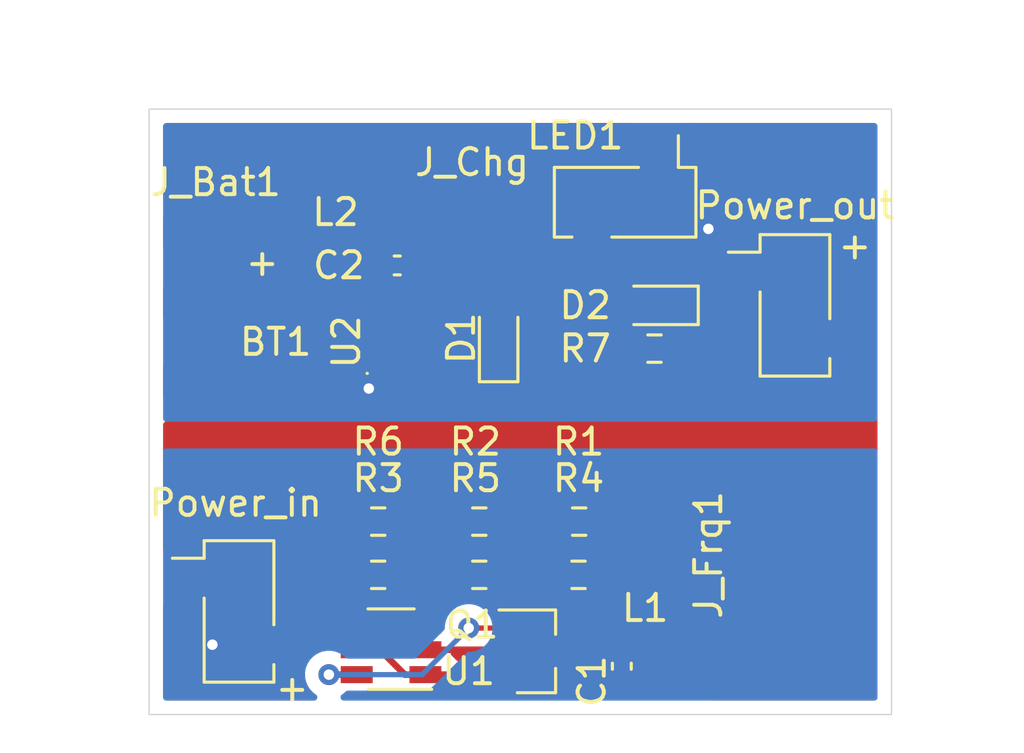
<source format=kicad_pcb>
(kicad_pcb (version 20171130) (host pcbnew 5.1.10)

  (general
    (thickness 1.6)
    (drawings 8)
    (tracks 152)
    (zones 0)
    (modules 23)
    (nets 14)
  )

  (page A4)
  (layers
    (0 F.Cu signal)
    (31 B.Cu signal)
    (32 B.Adhes user)
    (33 F.Adhes user)
    (34 B.Paste user)
    (35 F.Paste user)
    (36 B.SilkS user)
    (37 F.SilkS user)
    (38 B.Mask user)
    (39 F.Mask user)
    (40 Dwgs.User user)
    (41 Cmts.User user)
    (42 Eco1.User user)
    (43 Eco2.User user)
    (44 Edge.Cuts user)
    (45 Margin user)
    (46 B.CrtYd user)
    (47 F.CrtYd user)
    (48 B.Fab user)
    (49 F.Fab user)
  )

  (setup
    (last_trace_width 0.2)
    (trace_clearance 0.1)
    (zone_clearance 0.508)
    (zone_45_only no)
    (trace_min 0.2)
    (via_size 0.8)
    (via_drill 0.4)
    (via_min_size 0.4)
    (via_min_drill 0.3)
    (uvia_size 0.3)
    (uvia_drill 0.1)
    (uvias_allowed no)
    (uvia_min_size 0.2)
    (uvia_min_drill 0.1)
    (edge_width 0.05)
    (segment_width 0.2)
    (pcb_text_width 0.3)
    (pcb_text_size 1.5 1.5)
    (mod_edge_width 0.12)
    (mod_text_size 1 1)
    (mod_text_width 0.15)
    (pad_size 0.3 0.3)
    (pad_drill 0)
    (pad_to_mask_clearance 0)
    (aux_axis_origin 0 0)
    (visible_elements FFFFFF7F)
    (pcbplotparams
      (layerselection 0x010fc_ffffffff)
      (usegerberextensions true)
      (usegerberattributes true)
      (usegerberadvancedattributes true)
      (creategerberjobfile true)
      (excludeedgelayer true)
      (linewidth 0.100000)
      (plotframeref false)
      (viasonmask false)
      (mode 1)
      (useauxorigin false)
      (hpglpennumber 1)
      (hpglpenspeed 20)
      (hpglpendiameter 15.000000)
      (psnegative false)
      (psa4output false)
      (plotreference true)
      (plotvalue true)
      (plotinvisibletext false)
      (padsonsilk false)
      (subtractmaskfromsilk false)
      (outputformat 1)
      (mirror false)
      (drillshape 0)
      (scaleselection 1)
      (outputdirectory "Gerber"))
  )

  (net 0 "")
  (net 1 "Net-(BT1-Pad1)")
  (net 2 "Net-(BT1-Pad2)")
  (net 3 "Net-(C1-Pad1)")
  (net 4 "Net-(C1-Pad2)")
  (net 5 "Net-(C2-Pad1)")
  (net 6 "Net-(D1-Pad1)")
  (net 7 "Net-(D1-Pad2)")
  (net 8 "Net-(D2-Pad2)")
  (net 9 "Net-(D2-Pad1)")
  (net 10 "Net-(J_Frq1-Pad1)")
  (net 11 "Net-(R1-Pad1)")
  (net 12 "Net-(R1-Pad2)")
  (net 13 "Net-(R2-Pad2)")

  (net_class Default "This is the default net class."
    (clearance 0.1)
    (trace_width 0.2)
    (via_dia 0.8)
    (via_drill 0.4)
    (uvia_dia 0.3)
    (uvia_drill 0.1)
    (add_net "Net-(BT1-Pad1)")
    (add_net "Net-(BT1-Pad2)")
    (add_net "Net-(C1-Pad1)")
    (add_net "Net-(C1-Pad2)")
    (add_net "Net-(C2-Pad1)")
    (add_net "Net-(D1-Pad1)")
    (add_net "Net-(D1-Pad2)")
    (add_net "Net-(D2-Pad1)")
    (add_net "Net-(D2-Pad2)")
    (add_net "Net-(J_Frq1-Pad1)")
    (add_net "Net-(R1-Pad1)")
    (add_net "Net-(R1-Pad2)")
    (add_net "Net-(R2-Pad2)")
  )

  (module SulkithFootprints:SolderPad_2Pin (layer F.Cu) (tedit 608D711D) (tstamp 611298EA)
    (at 66.548 109.395)
    (path /6112987A)
    (fp_text reference BT1 (at 2.794 1.476) (layer F.SilkS)
      (effects (font (size 1 1) (thickness 0.15)))
    )
    (fp_text value Battery_Cell (at 0 -0.5) (layer F.Fab)
      (effects (font (size 1 1) (thickness 0.15)))
    )
    (pad 1 smd roundrect (at 0 0) (size 3 2) (layers F.Cu F.Paste F.Mask) (roundrect_rratio 0.25)
      (net 1 "Net-(BT1-Pad1)"))
    (pad 2 smd roundrect (at 0 3) (size 3 2) (layers F.Cu F.Paste F.Mask) (roundrect_rratio 0.25)
      (net 2 "Net-(BT1-Pad2)"))
  )

  (module Capacitor_SMD:C_0402_1005Metric_Pad0.74x0.62mm_HandSolder (layer F.Cu) (tedit 5F6BB22C) (tstamp 61129FCC)
    (at 82.55 123.2495 90)
    (descr "Capacitor SMD 0402 (1005 Metric), square (rectangular) end terminal, IPC_7351 nominal with elongated pad for handsoldering. (Body size source: IPC-SM-782 page 76, https://www.pcb-3d.com/wordpress/wp-content/uploads/ipc-sm-782a_amendment_1_and_2.pdf), generated with kicad-footprint-generator")
    (tags "capacitor handsolder")
    (path /6114C3F2)
    (attr smd)
    (fp_text reference C1 (at -0.5755 -1.143 90) (layer F.SilkS)
      (effects (font (size 1 1) (thickness 0.15)))
    )
    (fp_text value C (at 0 1.16 90) (layer F.Fab)
      (effects (font (size 1 1) (thickness 0.15)))
    )
    (fp_line (start 1.08 0.46) (end -1.08 0.46) (layer F.CrtYd) (width 0.05))
    (fp_line (start 1.08 -0.46) (end 1.08 0.46) (layer F.CrtYd) (width 0.05))
    (fp_line (start -1.08 -0.46) (end 1.08 -0.46) (layer F.CrtYd) (width 0.05))
    (fp_line (start -1.08 0.46) (end -1.08 -0.46) (layer F.CrtYd) (width 0.05))
    (fp_line (start -0.115835 0.36) (end 0.115835 0.36) (layer F.SilkS) (width 0.12))
    (fp_line (start -0.115835 -0.36) (end 0.115835 -0.36) (layer F.SilkS) (width 0.12))
    (fp_line (start 0.5 0.25) (end -0.5 0.25) (layer F.Fab) (width 0.1))
    (fp_line (start 0.5 -0.25) (end 0.5 0.25) (layer F.Fab) (width 0.1))
    (fp_line (start -0.5 -0.25) (end 0.5 -0.25) (layer F.Fab) (width 0.1))
    (fp_line (start -0.5 0.25) (end -0.5 -0.25) (layer F.Fab) (width 0.1))
    (fp_text user %R (at 0 0 90) (layer F.Fab)
      (effects (font (size 0.25 0.25) (thickness 0.04)))
    )
    (pad 1 smd roundrect (at -0.5675 0 90) (size 0.735 0.62) (layers F.Cu F.Paste F.Mask) (roundrect_rratio 0.25)
      (net 3 "Net-(C1-Pad1)"))
    (pad 2 smd roundrect (at 0.5675 0 90) (size 0.735 0.62) (layers F.Cu F.Paste F.Mask) (roundrect_rratio 0.25)
      (net 4 "Net-(C1-Pad2)"))
    (model ${KISYS3DMOD}/Capacitor_SMD.3dshapes/C_0402_1005Metric.wrl
      (at (xyz 0 0 0))
      (scale (xyz 1 1 1))
      (rotate (xyz 0 0 0))
    )
  )

  (module Capacitor_SMD:C_0402_1005Metric_Pad0.74x0.62mm_HandSolder (layer F.Cu) (tedit 5F6BB22C) (tstamp 6112990C)
    (at 73.9815 107.95)
    (descr "Capacitor SMD 0402 (1005 Metric), square (rectangular) end terminal, IPC_7351 nominal with elongated pad for handsoldering. (Body size source: IPC-SM-782 page 76, https://www.pcb-3d.com/wordpress/wp-content/uploads/ipc-sm-782a_amendment_1_and_2.pdf), generated with kicad-footprint-generator")
    (tags "capacitor handsolder")
    (path /6112A91D)
    (attr smd)
    (fp_text reference C2 (at -2.2265 0) (layer F.SilkS)
      (effects (font (size 1 1) (thickness 0.15)))
    )
    (fp_text value 47nF (at 0 1.16) (layer F.Fab)
      (effects (font (size 1 1) (thickness 0.15)))
    )
    (fp_line (start -0.5 0.25) (end -0.5 -0.25) (layer F.Fab) (width 0.1))
    (fp_line (start -0.5 -0.25) (end 0.5 -0.25) (layer F.Fab) (width 0.1))
    (fp_line (start 0.5 -0.25) (end 0.5 0.25) (layer F.Fab) (width 0.1))
    (fp_line (start 0.5 0.25) (end -0.5 0.25) (layer F.Fab) (width 0.1))
    (fp_line (start -0.115835 -0.36) (end 0.115835 -0.36) (layer F.SilkS) (width 0.12))
    (fp_line (start -0.115835 0.36) (end 0.115835 0.36) (layer F.SilkS) (width 0.12))
    (fp_line (start -1.08 0.46) (end -1.08 -0.46) (layer F.CrtYd) (width 0.05))
    (fp_line (start -1.08 -0.46) (end 1.08 -0.46) (layer F.CrtYd) (width 0.05))
    (fp_line (start 1.08 -0.46) (end 1.08 0.46) (layer F.CrtYd) (width 0.05))
    (fp_line (start 1.08 0.46) (end -1.08 0.46) (layer F.CrtYd) (width 0.05))
    (fp_text user %R (at 0 0) (layer F.Fab)
      (effects (font (size 0.25 0.25) (thickness 0.04)))
    )
    (pad 2 smd roundrect (at 0.5675 0) (size 0.735 0.62) (layers F.Cu F.Paste F.Mask) (roundrect_rratio 0.25)
      (net 2 "Net-(BT1-Pad2)"))
    (pad 1 smd roundrect (at -0.5675 0) (size 0.735 0.62) (layers F.Cu F.Paste F.Mask) (roundrect_rratio 0.25)
      (net 5 "Net-(C2-Pad1)"))
    (model ${KISYS3DMOD}/Capacitor_SMD.3dshapes/C_0402_1005Metric.wrl
      (at (xyz 0 0 0))
      (scale (xyz 1 1 1))
      (rotate (xyz 0 0 0))
    )
  )

  (module Diode_SMD:D_0603_1608Metric_Pad1.05x0.95mm_HandSolder (layer F.Cu) (tedit 5F68FEF0) (tstamp 6112991F)
    (at 77.851 110.73 90)
    (descr "Diode SMD 0603 (1608 Metric), square (rectangular) end terminal, IPC_7351 nominal, (Body size source: http://www.tortai-tech.com/upload/download/2011102023233369053.pdf), generated with kicad-footprint-generator")
    (tags "diode handsolder")
    (path /61128197)
    (attr smd)
    (fp_text reference D1 (at 0 -1.43 90) (layer F.SilkS)
      (effects (font (size 1 1) (thickness 0.15)))
    )
    (fp_text value LED (at 0 1.43 90) (layer F.Fab)
      (effects (font (size 1 1) (thickness 0.15)))
    )
    (fp_line (start 1.65 0.73) (end -1.65 0.73) (layer F.CrtYd) (width 0.05))
    (fp_line (start 1.65 -0.73) (end 1.65 0.73) (layer F.CrtYd) (width 0.05))
    (fp_line (start -1.65 -0.73) (end 1.65 -0.73) (layer F.CrtYd) (width 0.05))
    (fp_line (start -1.65 0.73) (end -1.65 -0.73) (layer F.CrtYd) (width 0.05))
    (fp_line (start -1.66 0.735) (end 0.8 0.735) (layer F.SilkS) (width 0.12))
    (fp_line (start -1.66 -0.735) (end -1.66 0.735) (layer F.SilkS) (width 0.12))
    (fp_line (start 0.8 -0.735) (end -1.66 -0.735) (layer F.SilkS) (width 0.12))
    (fp_line (start 0.8 0.4) (end 0.8 -0.4) (layer F.Fab) (width 0.1))
    (fp_line (start -0.8 0.4) (end 0.8 0.4) (layer F.Fab) (width 0.1))
    (fp_line (start -0.8 -0.1) (end -0.8 0.4) (layer F.Fab) (width 0.1))
    (fp_line (start -0.5 -0.4) (end -0.8 -0.1) (layer F.Fab) (width 0.1))
    (fp_line (start 0.8 -0.4) (end -0.5 -0.4) (layer F.Fab) (width 0.1))
    (fp_text user %R (at 0 0 90) (layer F.Fab)
      (effects (font (size 0.4 0.4) (thickness 0.06)))
    )
    (pad 1 smd roundrect (at -0.875 0 90) (size 1.05 0.95) (layers F.Cu F.Paste F.Mask) (roundrect_rratio 0.25)
      (net 6 "Net-(D1-Pad1)"))
    (pad 2 smd roundrect (at 0.875 0 90) (size 1.05 0.95) (layers F.Cu F.Paste F.Mask) (roundrect_rratio 0.25)
      (net 7 "Net-(D1-Pad2)"))
    (model ${KISYS3DMOD}/Diode_SMD.3dshapes/D_0603_1608Metric.wrl
      (at (xyz 0 0 0))
      (scale (xyz 1 1 1))
      (rotate (xyz 0 0 0))
    )
  )

  (module Diode_SMD:D_0603_1608Metric_Pad1.05x0.95mm_HandSolder (layer F.Cu) (tedit 5F68FEF0) (tstamp 61129932)
    (at 83.806 109.474 180)
    (descr "Diode SMD 0603 (1608 Metric), square (rectangular) end terminal, IPC_7351 nominal, (Body size source: http://www.tortai-tech.com/upload/download/2011102023233369053.pdf), generated with kicad-footprint-generator")
    (tags "diode handsolder")
    (path /6112D4CF)
    (attr smd)
    (fp_text reference D2 (at 2.653 0) (layer F.SilkS)
      (effects (font (size 1 1) (thickness 0.15)))
    )
    (fp_text value LED (at 0 1.43) (layer F.Fab)
      (effects (font (size 1 1) (thickness 0.15)))
    )
    (fp_line (start 0.8 -0.4) (end -0.5 -0.4) (layer F.Fab) (width 0.1))
    (fp_line (start -0.5 -0.4) (end -0.8 -0.1) (layer F.Fab) (width 0.1))
    (fp_line (start -0.8 -0.1) (end -0.8 0.4) (layer F.Fab) (width 0.1))
    (fp_line (start -0.8 0.4) (end 0.8 0.4) (layer F.Fab) (width 0.1))
    (fp_line (start 0.8 0.4) (end 0.8 -0.4) (layer F.Fab) (width 0.1))
    (fp_line (start 0.8 -0.735) (end -1.66 -0.735) (layer F.SilkS) (width 0.12))
    (fp_line (start -1.66 -0.735) (end -1.66 0.735) (layer F.SilkS) (width 0.12))
    (fp_line (start -1.66 0.735) (end 0.8 0.735) (layer F.SilkS) (width 0.12))
    (fp_line (start -1.65 0.73) (end -1.65 -0.73) (layer F.CrtYd) (width 0.05))
    (fp_line (start -1.65 -0.73) (end 1.65 -0.73) (layer F.CrtYd) (width 0.05))
    (fp_line (start 1.65 -0.73) (end 1.65 0.73) (layer F.CrtYd) (width 0.05))
    (fp_line (start 1.65 0.73) (end -1.65 0.73) (layer F.CrtYd) (width 0.05))
    (fp_text user %R (at 0 0) (layer F.Fab)
      (effects (font (size 0.4 0.4) (thickness 0.06)))
    )
    (pad 2 smd roundrect (at 0.875 0 180) (size 1.05 0.95) (layers F.Cu F.Paste F.Mask) (roundrect_rratio 0.25)
      (net 8 "Net-(D2-Pad2)"))
    (pad 1 smd roundrect (at -0.875 0 180) (size 1.05 0.95) (layers F.Cu F.Paste F.Mask) (roundrect_rratio 0.25)
      (net 9 "Net-(D2-Pad1)"))
    (model ${KISYS3DMOD}/Diode_SMD.3dshapes/D_0603_1608Metric.wrl
      (at (xyz 0 0 0))
      (scale (xyz 1 1 1))
      (rotate (xyz 0 0 0))
    )
  )

  (module SulkithFootprints:SolderPad (layer F.Cu) (tedit 608C6968) (tstamp 61129937)
    (at 66.548 106.68)
    (path /61138519)
    (fp_text reference J_Bat1 (at 0.508 -1.905) (layer F.SilkS)
      (effects (font (size 1 1) (thickness 0.15)))
    )
    (fp_text value Conn_01x01_Female (at 0 -0.5) (layer F.Fab)
      (effects (font (size 1 1) (thickness 0.15)))
    )
    (pad 1 smd roundrect (at 0 0) (size 3 2) (layers F.Cu F.Paste F.Mask) (roundrect_rratio 0.25)
      (net 1 "Net-(BT1-Pad1)"))
  )

  (module SulkithFootprints:SolderPad (layer F.Cu) (tedit 608C6968) (tstamp 6112993C)
    (at 77.978 106.807 90)
    (path /61139DD5)
    (fp_text reference J_Chg (at 2.794 -1.143 180) (layer F.SilkS)
      (effects (font (size 1 1) (thickness 0.15)))
    )
    (fp_text value Conn_01x01_Female (at 0 -0.5 90) (layer F.Fab)
      (effects (font (size 1 1) (thickness 0.15)))
    )
    (pad 1 smd roundrect (at 0 0 90) (size 3 2) (layers F.Cu F.Paste F.Mask) (roundrect_rratio 0.25)
      (net 6 "Net-(D1-Pad1)"))
  )

  (module SulkithFootprints:SolderPad (layer F.Cu) (tedit 608C6968) (tstamp 61129941)
    (at 83.947 118.872 270)
    (path /6118DF37)
    (fp_text reference J_Frq1 (at 0.127 -1.905 90) (layer F.SilkS)
      (effects (font (size 1 1) (thickness 0.15)))
    )
    (fp_text value Conn_01x01_Female (at 0 -0.5 90) (layer F.Fab)
      (effects (font (size 1 1) (thickness 0.15)))
    )
    (pad 1 smd roundrect (at 0 0 270) (size 3 2) (layers F.Cu F.Paste F.Mask) (roundrect_rratio 0.25)
      (net 10 "Net-(J_Frq1-Pad1)"))
  )

  (module Connector_PinSocket_2.54mm:PinSocket_1x02_P2.54mm_Vertical_SMD_Pin1Left (layer F.Cu) (tedit 5A19A41D) (tstamp 61129DB0)
    (at 67.946 121.158)
    (descr "surface-mounted straight socket strip, 1x02, 2.54mm pitch, single row, style 1 (pin 1 left) (https://cdn.harwin.com/pdfs/M20-786.pdf), script generated")
    (tags "Surface mounted socket strip SMD 1x02 2.54mm single row style1 pin1 left")
    (path /6118EE87)
    (attr smd)
    (fp_text reference Power_in (at -0.128 -4.14) (layer F.SilkS)
      (effects (font (size 1 1) (thickness 0.15)))
    )
    (fp_text value Conn_01x02_Female (at 0 4.14) (layer F.Fab)
      (effects (font (size 1 1) (thickness 0.15)))
    )
    (fp_line (start -1.33 -2.7) (end 1.33 -2.7) (layer F.SilkS) (width 0.12))
    (fp_line (start 1.33 -2.7) (end 1.33 0.51) (layer F.SilkS) (width 0.12))
    (fp_line (start 1.33 2.03) (end 1.33 2.7) (layer F.SilkS) (width 0.12))
    (fp_line (start -1.33 2.7) (end 1.33 2.7) (layer F.SilkS) (width 0.12))
    (fp_line (start -1.33 -2.7) (end -1.33 -2.03) (layer F.SilkS) (width 0.12))
    (fp_line (start -1.33 -0.51) (end -1.33 2.7) (layer F.SilkS) (width 0.12))
    (fp_line (start -2.54 -2.03) (end -1.33 -2.03) (layer F.SilkS) (width 0.12))
    (fp_line (start -0.635 -2.64) (end 1.27 -2.64) (layer F.Fab) (width 0.1))
    (fp_line (start 1.27 -2.64) (end 1.27 2.64) (layer F.Fab) (width 0.1))
    (fp_line (start 1.27 2.64) (end -1.27 2.64) (layer F.Fab) (width 0.1))
    (fp_line (start -1.27 2.64) (end -1.27 -2.005) (layer F.Fab) (width 0.1))
    (fp_line (start -1.27 -2.005) (end -0.635 -2.64) (layer F.Fab) (width 0.1))
    (fp_line (start -2.27 -1.57) (end -1.27 -1.57) (layer F.Fab) (width 0.1))
    (fp_line (start -1.27 -0.97) (end -2.27 -0.97) (layer F.Fab) (width 0.1))
    (fp_line (start -2.27 -0.97) (end -2.27 -1.57) (layer F.Fab) (width 0.1))
    (fp_line (start 1.27 0.97) (end 2.27 0.97) (layer F.Fab) (width 0.1))
    (fp_line (start 2.27 0.97) (end 2.27 1.57) (layer F.Fab) (width 0.1))
    (fp_line (start 2.27 1.57) (end 1.27 1.57) (layer F.Fab) (width 0.1))
    (fp_line (start -3.1 -3.2) (end 3.1 -3.2) (layer F.CrtYd) (width 0.05))
    (fp_line (start 3.1 -3.2) (end 3.1 3.15) (layer F.CrtYd) (width 0.05))
    (fp_line (start 3.1 3.15) (end -3.1 3.15) (layer F.CrtYd) (width 0.05))
    (fp_line (start -3.1 3.15) (end -3.1 -3.2) (layer F.CrtYd) (width 0.05))
    (fp_text user %R (at 0 0 90) (layer F.Fab)
      (effects (font (size 1 1) (thickness 0.15)))
    )
    (pad 2 smd rect (at 1.65 1.27) (size 1.9 1) (layers F.Cu F.Paste F.Mask)
      (net 3 "Net-(C1-Pad1)"))
    (pad 1 smd rect (at -1.65 -1.27) (size 1.9 1) (layers F.Cu F.Paste F.Mask)
      (net 2 "Net-(BT1-Pad2)"))
    (model ${KISYS3DMOD}/Connector_PinSocket_2.54mm.3dshapes/PinSocket_1x02_P2.54mm_Vertical_SMD_Pin1Left.wrl
      (at (xyz 0 0 0))
      (scale (xyz 1 1 1))
      (rotate (xyz 0 0 0))
    )
  )

  (module Connector_PinSocket_2.54mm:PinSocket_1x02_P2.54mm_Vertical_SMD_Pin1Left (layer F.Cu) (tedit 5A19A41D) (tstamp 61129983)
    (at 89.155 109.474)
    (descr "surface-mounted straight socket strip, 1x02, 2.54mm pitch, single row, style 1 (pin 1 left) (https://cdn.harwin.com/pdfs/M20-786.pdf), script generated")
    (tags "Surface mounted socket strip SMD 1x02 2.54mm single row style1 pin1 left")
    (path /61135CD9)
    (attr smd)
    (fp_text reference Power_out (at -0.001 -3.81) (layer F.SilkS)
      (effects (font (size 1 1) (thickness 0.15)))
    )
    (fp_text value Conn_01x02_Female (at 0 4.14) (layer F.Fab)
      (effects (font (size 1 1) (thickness 0.15)))
    )
    (fp_line (start -3.1 3.15) (end -3.1 -3.2) (layer F.CrtYd) (width 0.05))
    (fp_line (start 3.1 3.15) (end -3.1 3.15) (layer F.CrtYd) (width 0.05))
    (fp_line (start 3.1 -3.2) (end 3.1 3.15) (layer F.CrtYd) (width 0.05))
    (fp_line (start -3.1 -3.2) (end 3.1 -3.2) (layer F.CrtYd) (width 0.05))
    (fp_line (start 2.27 1.57) (end 1.27 1.57) (layer F.Fab) (width 0.1))
    (fp_line (start 2.27 0.97) (end 2.27 1.57) (layer F.Fab) (width 0.1))
    (fp_line (start 1.27 0.97) (end 2.27 0.97) (layer F.Fab) (width 0.1))
    (fp_line (start -2.27 -0.97) (end -2.27 -1.57) (layer F.Fab) (width 0.1))
    (fp_line (start -1.27 -0.97) (end -2.27 -0.97) (layer F.Fab) (width 0.1))
    (fp_line (start -2.27 -1.57) (end -1.27 -1.57) (layer F.Fab) (width 0.1))
    (fp_line (start -1.27 -2.005) (end -0.635 -2.64) (layer F.Fab) (width 0.1))
    (fp_line (start -1.27 2.64) (end -1.27 -2.005) (layer F.Fab) (width 0.1))
    (fp_line (start 1.27 2.64) (end -1.27 2.64) (layer F.Fab) (width 0.1))
    (fp_line (start 1.27 -2.64) (end 1.27 2.64) (layer F.Fab) (width 0.1))
    (fp_line (start -0.635 -2.64) (end 1.27 -2.64) (layer F.Fab) (width 0.1))
    (fp_line (start -2.54 -2.03) (end -1.33 -2.03) (layer F.SilkS) (width 0.12))
    (fp_line (start -1.33 -0.51) (end -1.33 2.7) (layer F.SilkS) (width 0.12))
    (fp_line (start -1.33 -2.7) (end -1.33 -2.03) (layer F.SilkS) (width 0.12))
    (fp_line (start -1.33 2.7) (end 1.33 2.7) (layer F.SilkS) (width 0.12))
    (fp_line (start 1.33 2.03) (end 1.33 2.7) (layer F.SilkS) (width 0.12))
    (fp_line (start 1.33 -2.7) (end 1.33 0.51) (layer F.SilkS) (width 0.12))
    (fp_line (start -1.33 -2.7) (end 1.33 -2.7) (layer F.SilkS) (width 0.12))
    (fp_text user %R (at 0 0 90) (layer F.Fab)
      (effects (font (size 1 1) (thickness 0.15)))
    )
    (pad 1 smd rect (at -1.65 -1.27) (size 1.9 1) (layers F.Cu F.Paste F.Mask)
      (net 7 "Net-(D1-Pad2)"))
    (pad 2 smd rect (at 1.65 1.27) (size 1.9 1) (layers F.Cu F.Paste F.Mask)
      (net 2 "Net-(BT1-Pad2)"))
    (model ${KISYS3DMOD}/Connector_PinSocket_2.54mm.3dshapes/PinSocket_1x02_P2.54mm_Vertical_SMD_Pin1Left.wrl
      (at (xyz 0 0 0))
      (scale (xyz 1 1 1))
      (rotate (xyz 0 0 0))
    )
  )

  (module SulkithFootprints:solderPad_small (layer F.Cu) (tedit 61124401) (tstamp 61129989)
    (at 84.709 123.024 180)
    (path /6114BC38)
    (fp_text reference L1 (at 1.27 1.993) (layer F.SilkS)
      (effects (font (size 1 1) (thickness 0.15)))
    )
    (fp_text value L (at 0 -0.5) (layer F.Fab)
      (effects (font (size 1 1) (thickness 0.15)))
    )
    (pad 2 smd rect (at 0 0.85 180) (size 1.5 0.7) (layers F.Cu F.Paste F.Mask)
      (net 4 "Net-(C1-Pad2)"))
    (pad 1 smd rect (at 0 -0.85 180) (size 1.5 0.7) (layers F.Cu F.Paste F.Mask)
      (net 3 "Net-(C1-Pad1)"))
  )

  (module SulkithFootprints:solderPad_small (layer F.Cu) (tedit 61124401) (tstamp 6112998F)
    (at 74.002 105.791 270)
    (path /6112B2E2)
    (fp_text reference L2 (at 0.127 2.374 180) (layer F.SilkS)
      (effects (font (size 1 1) (thickness 0.15)))
    )
    (fp_text value 12,6µH (at 0 -0.5 90) (layer F.Fab)
      (effects (font (size 1 1) (thickness 0.15)))
    )
    (pad 1 smd rect (at 0 -0.85 270) (size 1.5 0.7) (layers F.Cu F.Paste F.Mask)
      (net 2 "Net-(BT1-Pad2)"))
    (pad 2 smd rect (at 0 0.85 270) (size 1.5 0.7) (layers F.Cu F.Paste F.Mask)
      (net 5 "Net-(C2-Pad1)"))
  )

  (module Package_TO_SOT_SMD:SOT-23 (layer F.Cu) (tedit 5A02FF57) (tstamp 611299A4)
    (at 79.264 122.682)
    (descr "SOT-23, Standard")
    (tags SOT-23)
    (path /6114D27E)
    (attr smd)
    (fp_text reference Q1 (at -2.429 -1.016) (layer F.SilkS)
      (effects (font (size 1 1) (thickness 0.15)))
    )
    (fp_text value BSS816 (at 0 2.5) (layer F.Fab)
      (effects (font (size 1 1) (thickness 0.15)))
    )
    (fp_line (start 0.76 1.58) (end -0.7 1.58) (layer F.SilkS) (width 0.12))
    (fp_line (start 0.76 -1.58) (end -1.4 -1.58) (layer F.SilkS) (width 0.12))
    (fp_line (start -1.7 1.75) (end -1.7 -1.75) (layer F.CrtYd) (width 0.05))
    (fp_line (start 1.7 1.75) (end -1.7 1.75) (layer F.CrtYd) (width 0.05))
    (fp_line (start 1.7 -1.75) (end 1.7 1.75) (layer F.CrtYd) (width 0.05))
    (fp_line (start -1.7 -1.75) (end 1.7 -1.75) (layer F.CrtYd) (width 0.05))
    (fp_line (start 0.76 -1.58) (end 0.76 -0.65) (layer F.SilkS) (width 0.12))
    (fp_line (start 0.76 1.58) (end 0.76 0.65) (layer F.SilkS) (width 0.12))
    (fp_line (start -0.7 1.52) (end 0.7 1.52) (layer F.Fab) (width 0.1))
    (fp_line (start 0.7 -1.52) (end 0.7 1.52) (layer F.Fab) (width 0.1))
    (fp_line (start -0.7 -0.95) (end -0.15 -1.52) (layer F.Fab) (width 0.1))
    (fp_line (start -0.15 -1.52) (end 0.7 -1.52) (layer F.Fab) (width 0.1))
    (fp_line (start -0.7 -0.95) (end -0.7 1.5) (layer F.Fab) (width 0.1))
    (fp_text user %R (at 0 0 90) (layer F.Fab)
      (effects (font (size 0.5 0.5) (thickness 0.075)))
    )
    (pad 1 smd rect (at -1 -0.95) (size 0.9 0.8) (layers F.Cu F.Paste F.Mask)
      (net 10 "Net-(J_Frq1-Pad1)"))
    (pad 2 smd rect (at -1 0.95) (size 0.9 0.8) (layers F.Cu F.Paste F.Mask)
      (net 2 "Net-(BT1-Pad2)"))
    (pad 3 smd rect (at 1 0) (size 0.9 0.8) (layers F.Cu F.Paste F.Mask)
      (net 4 "Net-(C1-Pad2)"))
    (model ${KISYS3DMOD}/Package_TO_SOT_SMD.3dshapes/SOT-23.wrl
      (at (xyz 0 0 0))
      (scale (xyz 1 1 1))
      (rotate (xyz 0 0 0))
    )
  )

  (module Resistor_SMD:R_0603_1608Metric_Pad0.98x0.95mm_HandSolder (layer F.Cu) (tedit 5F68FEEE) (tstamp 6112A2ED)
    (at 80.9225 117.729 180)
    (descr "Resistor SMD 0603 (1608 Metric), square (rectangular) end terminal, IPC_7351 nominal with elongated pad for handsoldering. (Body size source: IPC-SM-782 page 72, https://www.pcb-3d.com/wordpress/wp-content/uploads/ipc-sm-782a_amendment_1_and_2.pdf), generated with kicad-footprint-generator")
    (tags "resistor handsolder")
    (path /6113C503)
    (attr smd)
    (fp_text reference R1 (at 0.0235 3.048) (layer F.SilkS)
      (effects (font (size 1 1) (thickness 0.15)))
    )
    (fp_text value R (at 0 1.43) (layer F.Fab)
      (effects (font (size 1 1) (thickness 0.15)))
    )
    (fp_line (start 1.65 0.73) (end -1.65 0.73) (layer F.CrtYd) (width 0.05))
    (fp_line (start 1.65 -0.73) (end 1.65 0.73) (layer F.CrtYd) (width 0.05))
    (fp_line (start -1.65 -0.73) (end 1.65 -0.73) (layer F.CrtYd) (width 0.05))
    (fp_line (start -1.65 0.73) (end -1.65 -0.73) (layer F.CrtYd) (width 0.05))
    (fp_line (start -0.254724 0.5225) (end 0.254724 0.5225) (layer F.SilkS) (width 0.12))
    (fp_line (start -0.254724 -0.5225) (end 0.254724 -0.5225) (layer F.SilkS) (width 0.12))
    (fp_line (start 0.8 0.4125) (end -0.8 0.4125) (layer F.Fab) (width 0.1))
    (fp_line (start 0.8 -0.4125) (end 0.8 0.4125) (layer F.Fab) (width 0.1))
    (fp_line (start -0.8 -0.4125) (end 0.8 -0.4125) (layer F.Fab) (width 0.1))
    (fp_line (start -0.8 0.4125) (end -0.8 -0.4125) (layer F.Fab) (width 0.1))
    (fp_text user %R (at 0 0) (layer F.Fab)
      (effects (font (size 0.4 0.4) (thickness 0.06)))
    )
    (pad 1 smd roundrect (at -0.9125 0 180) (size 0.975 0.95) (layers F.Cu F.Paste F.Mask) (roundrect_rratio 0.25)
      (net 11 "Net-(R1-Pad1)"))
    (pad 2 smd roundrect (at 0.9125 0 180) (size 0.975 0.95) (layers F.Cu F.Paste F.Mask) (roundrect_rratio 0.25)
      (net 12 "Net-(R1-Pad2)"))
    (model ${KISYS3DMOD}/Resistor_SMD.3dshapes/R_0603_1608Metric.wrl
      (at (xyz 0 0 0))
      (scale (xyz 1 1 1))
      (rotate (xyz 0 0 0))
    )
  )

  (module Resistor_SMD:R_0603_1608Metric_Pad0.98x0.95mm_HandSolder (layer F.Cu) (tedit 5F68FEEE) (tstamp 611299C6)
    (at 77.1125 117.729 180)
    (descr "Resistor SMD 0603 (1608 Metric), square (rectangular) end terminal, IPC_7351 nominal with elongated pad for handsoldering. (Body size source: IPC-SM-782 page 72, https://www.pcb-3d.com/wordpress/wp-content/uploads/ipc-sm-782a_amendment_1_and_2.pdf), generated with kicad-footprint-generator")
    (tags "resistor handsolder")
    (path /6113C9E8)
    (attr smd)
    (fp_text reference R2 (at 0.1505 3.048) (layer F.SilkS)
      (effects (font (size 1 1) (thickness 0.15)))
    )
    (fp_text value R (at 0 1.43) (layer F.Fab)
      (effects (font (size 1 1) (thickness 0.15)))
    )
    (fp_line (start -0.8 0.4125) (end -0.8 -0.4125) (layer F.Fab) (width 0.1))
    (fp_line (start -0.8 -0.4125) (end 0.8 -0.4125) (layer F.Fab) (width 0.1))
    (fp_line (start 0.8 -0.4125) (end 0.8 0.4125) (layer F.Fab) (width 0.1))
    (fp_line (start 0.8 0.4125) (end -0.8 0.4125) (layer F.Fab) (width 0.1))
    (fp_line (start -0.254724 -0.5225) (end 0.254724 -0.5225) (layer F.SilkS) (width 0.12))
    (fp_line (start -0.254724 0.5225) (end 0.254724 0.5225) (layer F.SilkS) (width 0.12))
    (fp_line (start -1.65 0.73) (end -1.65 -0.73) (layer F.CrtYd) (width 0.05))
    (fp_line (start -1.65 -0.73) (end 1.65 -0.73) (layer F.CrtYd) (width 0.05))
    (fp_line (start 1.65 -0.73) (end 1.65 0.73) (layer F.CrtYd) (width 0.05))
    (fp_line (start 1.65 0.73) (end -1.65 0.73) (layer F.CrtYd) (width 0.05))
    (fp_text user %R (at 0 0) (layer F.Fab)
      (effects (font (size 0.4 0.4) (thickness 0.06)))
    )
    (pad 2 smd roundrect (at 0.9125 0 180) (size 0.975 0.95) (layers F.Cu F.Paste F.Mask) (roundrect_rratio 0.25)
      (net 13 "Net-(R2-Pad2)"))
    (pad 1 smd roundrect (at -0.9125 0 180) (size 0.975 0.95) (layers F.Cu F.Paste F.Mask) (roundrect_rratio 0.25)
      (net 12 "Net-(R1-Pad2)"))
    (model ${KISYS3DMOD}/Resistor_SMD.3dshapes/R_0603_1608Metric.wrl
      (at (xyz 0 0 0))
      (scale (xyz 1 1 1))
      (rotate (xyz 0 0 0))
    )
  )

  (module Resistor_SMD:R_0603_1608Metric_Pad0.98x0.95mm_HandSolder (layer F.Cu) (tedit 5F68FEEE) (tstamp 611299D7)
    (at 73.2555 119.761 180)
    (descr "Resistor SMD 0603 (1608 Metric), square (rectangular) end terminal, IPC_7351 nominal with elongated pad for handsoldering. (Body size source: IPC-SM-782 page 72, https://www.pcb-3d.com/wordpress/wp-content/uploads/ipc-sm-782a_amendment_1_and_2.pdf), generated with kicad-footprint-generator")
    (tags "resistor handsolder")
    (path /6113D48D)
    (attr smd)
    (fp_text reference R3 (at 0 3.683) (layer F.SilkS)
      (effects (font (size 1 1) (thickness 0.15)))
    )
    (fp_text value R (at 0 1.43) (layer F.Fab)
      (effects (font (size 1 1) (thickness 0.15)))
    )
    (fp_line (start -0.8 0.4125) (end -0.8 -0.4125) (layer F.Fab) (width 0.1))
    (fp_line (start -0.8 -0.4125) (end 0.8 -0.4125) (layer F.Fab) (width 0.1))
    (fp_line (start 0.8 -0.4125) (end 0.8 0.4125) (layer F.Fab) (width 0.1))
    (fp_line (start 0.8 0.4125) (end -0.8 0.4125) (layer F.Fab) (width 0.1))
    (fp_line (start -0.254724 -0.5225) (end 0.254724 -0.5225) (layer F.SilkS) (width 0.12))
    (fp_line (start -0.254724 0.5225) (end 0.254724 0.5225) (layer F.SilkS) (width 0.12))
    (fp_line (start -1.65 0.73) (end -1.65 -0.73) (layer F.CrtYd) (width 0.05))
    (fp_line (start -1.65 -0.73) (end 1.65 -0.73) (layer F.CrtYd) (width 0.05))
    (fp_line (start 1.65 -0.73) (end 1.65 0.73) (layer F.CrtYd) (width 0.05))
    (fp_line (start 1.65 0.73) (end -1.65 0.73) (layer F.CrtYd) (width 0.05))
    (fp_text user %R (at 0 0) (layer F.Fab)
      (effects (font (size 0.4 0.4) (thickness 0.06)))
    )
    (pad 2 smd roundrect (at 0.9125 0 180) (size 0.975 0.95) (layers F.Cu F.Paste F.Mask) (roundrect_rratio 0.25)
      (net 2 "Net-(BT1-Pad2)"))
    (pad 1 smd roundrect (at -0.9125 0 180) (size 0.975 0.95) (layers F.Cu F.Paste F.Mask) (roundrect_rratio 0.25)
      (net 13 "Net-(R2-Pad2)"))
    (model ${KISYS3DMOD}/Resistor_SMD.3dshapes/R_0603_1608Metric.wrl
      (at (xyz 0 0 0))
      (scale (xyz 1 1 1))
      (rotate (xyz 0 0 0))
    )
  )

  (module Resistor_SMD:R_0603_1608Metric_Pad0.98x0.95mm_HandSolder (layer F.Cu) (tedit 5F68FEEE) (tstamp 611299E8)
    (at 80.899 119.761 180)
    (descr "Resistor SMD 0603 (1608 Metric), square (rectangular) end terminal, IPC_7351 nominal with elongated pad for handsoldering. (Body size source: IPC-SM-782 page 72, https://www.pcb-3d.com/wordpress/wp-content/uploads/ipc-sm-782a_amendment_1_and_2.pdf), generated with kicad-footprint-generator")
    (tags "resistor handsolder")
    (path /6113BE74)
    (attr smd)
    (fp_text reference R4 (at 0 3.683) (layer F.SilkS)
      (effects (font (size 1 1) (thickness 0.15)))
    )
    (fp_text value R (at 0 1.43) (layer F.Fab)
      (effects (font (size 1 1) (thickness 0.15)))
    )
    (fp_line (start -0.8 0.4125) (end -0.8 -0.4125) (layer F.Fab) (width 0.1))
    (fp_line (start -0.8 -0.4125) (end 0.8 -0.4125) (layer F.Fab) (width 0.1))
    (fp_line (start 0.8 -0.4125) (end 0.8 0.4125) (layer F.Fab) (width 0.1))
    (fp_line (start 0.8 0.4125) (end -0.8 0.4125) (layer F.Fab) (width 0.1))
    (fp_line (start -0.254724 -0.5225) (end 0.254724 -0.5225) (layer F.SilkS) (width 0.12))
    (fp_line (start -0.254724 0.5225) (end 0.254724 0.5225) (layer F.SilkS) (width 0.12))
    (fp_line (start -1.65 0.73) (end -1.65 -0.73) (layer F.CrtYd) (width 0.05))
    (fp_line (start -1.65 -0.73) (end 1.65 -0.73) (layer F.CrtYd) (width 0.05))
    (fp_line (start 1.65 -0.73) (end 1.65 0.73) (layer F.CrtYd) (width 0.05))
    (fp_line (start 1.65 0.73) (end -1.65 0.73) (layer F.CrtYd) (width 0.05))
    (fp_text user %R (at 0 0) (layer F.Fab)
      (effects (font (size 0.4 0.4) (thickness 0.06)))
    )
    (pad 2 smd roundrect (at 0.9125 0 180) (size 0.975 0.95) (layers F.Cu F.Paste F.Mask) (roundrect_rratio 0.25)
      (net 12 "Net-(R1-Pad2)"))
    (pad 1 smd roundrect (at -0.9125 0 180) (size 0.975 0.95) (layers F.Cu F.Paste F.Mask) (roundrect_rratio 0.25)
      (net 11 "Net-(R1-Pad1)"))
    (model ${KISYS3DMOD}/Resistor_SMD.3dshapes/R_0603_1608Metric.wrl
      (at (xyz 0 0 0))
      (scale (xyz 1 1 1))
      (rotate (xyz 0 0 0))
    )
  )

  (module Resistor_SMD:R_0603_1608Metric_Pad0.98x0.95mm_HandSolder (layer F.Cu) (tedit 5F68FEEE) (tstamp 611299F9)
    (at 77.1125 119.761 180)
    (descr "Resistor SMD 0603 (1608 Metric), square (rectangular) end terminal, IPC_7351 nominal with elongated pad for handsoldering. (Body size source: IPC-SM-782 page 72, https://www.pcb-3d.com/wordpress/wp-content/uploads/ipc-sm-782a_amendment_1_and_2.pdf), generated with kicad-footprint-generator")
    (tags "resistor handsolder")
    (path /6113CD8C)
    (attr smd)
    (fp_text reference R5 (at 0.1505 3.683) (layer F.SilkS)
      (effects (font (size 1 1) (thickness 0.15)))
    )
    (fp_text value R (at 0 1.43) (layer F.Fab)
      (effects (font (size 1 1) (thickness 0.15)))
    )
    (fp_line (start 1.65 0.73) (end -1.65 0.73) (layer F.CrtYd) (width 0.05))
    (fp_line (start 1.65 -0.73) (end 1.65 0.73) (layer F.CrtYd) (width 0.05))
    (fp_line (start -1.65 -0.73) (end 1.65 -0.73) (layer F.CrtYd) (width 0.05))
    (fp_line (start -1.65 0.73) (end -1.65 -0.73) (layer F.CrtYd) (width 0.05))
    (fp_line (start -0.254724 0.5225) (end 0.254724 0.5225) (layer F.SilkS) (width 0.12))
    (fp_line (start -0.254724 -0.5225) (end 0.254724 -0.5225) (layer F.SilkS) (width 0.12))
    (fp_line (start 0.8 0.4125) (end -0.8 0.4125) (layer F.Fab) (width 0.1))
    (fp_line (start 0.8 -0.4125) (end 0.8 0.4125) (layer F.Fab) (width 0.1))
    (fp_line (start -0.8 -0.4125) (end 0.8 -0.4125) (layer F.Fab) (width 0.1))
    (fp_line (start -0.8 0.4125) (end -0.8 -0.4125) (layer F.Fab) (width 0.1))
    (fp_text user %R (at 0 0) (layer F.Fab)
      (effects (font (size 0.4 0.4) (thickness 0.06)))
    )
    (pad 1 smd roundrect (at -0.9125 0 180) (size 0.975 0.95) (layers F.Cu F.Paste F.Mask) (roundrect_rratio 0.25)
      (net 12 "Net-(R1-Pad2)"))
    (pad 2 smd roundrect (at 0.9125 0 180) (size 0.975 0.95) (layers F.Cu F.Paste F.Mask) (roundrect_rratio 0.25)
      (net 13 "Net-(R2-Pad2)"))
    (model ${KISYS3DMOD}/Resistor_SMD.3dshapes/R_0603_1608Metric.wrl
      (at (xyz 0 0 0))
      (scale (xyz 1 1 1))
      (rotate (xyz 0 0 0))
    )
  )

  (module Resistor_SMD:R_0603_1608Metric_Pad0.98x0.95mm_HandSolder (layer F.Cu) (tedit 5F68FEEE) (tstamp 61129A0A)
    (at 73.2555 117.729 180)
    (descr "Resistor SMD 0603 (1608 Metric), square (rectangular) end terminal, IPC_7351 nominal with elongated pad for handsoldering. (Body size source: IPC-SM-782 page 72, https://www.pcb-3d.com/wordpress/wp-content/uploads/ipc-sm-782a_amendment_1_and_2.pdf), generated with kicad-footprint-generator")
    (tags "resistor handsolder")
    (path /6113D7DE)
    (attr smd)
    (fp_text reference R6 (at 0 3.048) (layer F.SilkS)
      (effects (font (size 1 1) (thickness 0.15)))
    )
    (fp_text value R (at 0 1.43) (layer F.Fab)
      (effects (font (size 1 1) (thickness 0.15)))
    )
    (fp_line (start 1.65 0.73) (end -1.65 0.73) (layer F.CrtYd) (width 0.05))
    (fp_line (start 1.65 -0.73) (end 1.65 0.73) (layer F.CrtYd) (width 0.05))
    (fp_line (start -1.65 -0.73) (end 1.65 -0.73) (layer F.CrtYd) (width 0.05))
    (fp_line (start -1.65 0.73) (end -1.65 -0.73) (layer F.CrtYd) (width 0.05))
    (fp_line (start -0.254724 0.5225) (end 0.254724 0.5225) (layer F.SilkS) (width 0.12))
    (fp_line (start -0.254724 -0.5225) (end 0.254724 -0.5225) (layer F.SilkS) (width 0.12))
    (fp_line (start 0.8 0.4125) (end -0.8 0.4125) (layer F.Fab) (width 0.1))
    (fp_line (start 0.8 -0.4125) (end 0.8 0.4125) (layer F.Fab) (width 0.1))
    (fp_line (start -0.8 -0.4125) (end 0.8 -0.4125) (layer F.Fab) (width 0.1))
    (fp_line (start -0.8 0.4125) (end -0.8 -0.4125) (layer F.Fab) (width 0.1))
    (fp_text user %R (at 0 0) (layer F.Fab)
      (effects (font (size 0.4 0.4) (thickness 0.06)))
    )
    (pad 1 smd roundrect (at -0.9125 0 180) (size 0.975 0.95) (layers F.Cu F.Paste F.Mask) (roundrect_rratio 0.25)
      (net 13 "Net-(R2-Pad2)"))
    (pad 2 smd roundrect (at 0.9125 0 180) (size 0.975 0.95) (layers F.Cu F.Paste F.Mask) (roundrect_rratio 0.25)
      (net 2 "Net-(BT1-Pad2)"))
    (model ${KISYS3DMOD}/Resistor_SMD.3dshapes/R_0603_1608Metric.wrl
      (at (xyz 0 0 0))
      (scale (xyz 1 1 1))
      (rotate (xyz 0 0 0))
    )
  )

  (module Resistor_SMD:R_0603_1608Metric_Pad0.98x0.95mm_HandSolder (layer F.Cu) (tedit 5F68FEEE) (tstamp 61129A1B)
    (at 83.7965 111.125 180)
    (descr "Resistor SMD 0603 (1608 Metric), square (rectangular) end terminal, IPC_7351 nominal with elongated pad for handsoldering. (Body size source: IPC-SM-782 page 72, https://www.pcb-3d.com/wordpress/wp-content/uploads/ipc-sm-782a_amendment_1_and_2.pdf), generated with kicad-footprint-generator")
    (tags "resistor handsolder")
    (path /6112DEEF)
    (attr smd)
    (fp_text reference R7 (at 2.6435 0) (layer F.SilkS)
      (effects (font (size 1 1) (thickness 0.15)))
    )
    (fp_text value R (at 0 1.43) (layer F.Fab)
      (effects (font (size 1 1) (thickness 0.15)))
    )
    (fp_line (start 1.65 0.73) (end -1.65 0.73) (layer F.CrtYd) (width 0.05))
    (fp_line (start 1.65 -0.73) (end 1.65 0.73) (layer F.CrtYd) (width 0.05))
    (fp_line (start -1.65 -0.73) (end 1.65 -0.73) (layer F.CrtYd) (width 0.05))
    (fp_line (start -1.65 0.73) (end -1.65 -0.73) (layer F.CrtYd) (width 0.05))
    (fp_line (start -0.254724 0.5225) (end 0.254724 0.5225) (layer F.SilkS) (width 0.12))
    (fp_line (start -0.254724 -0.5225) (end 0.254724 -0.5225) (layer F.SilkS) (width 0.12))
    (fp_line (start 0.8 0.4125) (end -0.8 0.4125) (layer F.Fab) (width 0.1))
    (fp_line (start 0.8 -0.4125) (end 0.8 0.4125) (layer F.Fab) (width 0.1))
    (fp_line (start -0.8 -0.4125) (end 0.8 -0.4125) (layer F.Fab) (width 0.1))
    (fp_line (start -0.8 0.4125) (end -0.8 -0.4125) (layer F.Fab) (width 0.1))
    (fp_text user %R (at 0 0) (layer F.Fab)
      (effects (font (size 0.4 0.4) (thickness 0.06)))
    )
    (pad 1 smd roundrect (at -0.9125 0 180) (size 0.975 0.95) (layers F.Cu F.Paste F.Mask) (roundrect_rratio 0.25)
      (net 9 "Net-(D2-Pad1)"))
    (pad 2 smd roundrect (at 0.9125 0 180) (size 0.975 0.95) (layers F.Cu F.Paste F.Mask) (roundrect_rratio 0.25)
      (net 2 "Net-(BT1-Pad2)"))
    (model ${KISYS3DMOD}/Resistor_SMD.3dshapes/R_0603_1608Metric.wrl
      (at (xyz 0 0 0))
      (scale (xyz 1 1 1))
      (rotate (xyz 0 0 0))
    )
  )

  (module Package_TO_SOT_SMD:TSOT-23-6 (layer F.Cu) (tedit 5A02FF57) (tstamp 61129F00)
    (at 73.747 122.621 180)
    (descr "6-pin TSOT23 package, http://cds.linear.com/docs/en/packaging/SOT_6_05-08-1636.pdf")
    (tags "TSOT-23-6 MK06A TSOT-6")
    (path /6113B239)
    (attr smd)
    (fp_text reference U1 (at -2.961 -0.823) (layer F.SilkS)
      (effects (font (size 1 1) (thickness 0.15)))
    )
    (fp_text value LTC6990 (at 0 2.5) (layer F.Fab)
      (effects (font (size 1 1) (thickness 0.15)))
    )
    (fp_line (start 2.17 1.7) (end -2.17 1.7) (layer F.CrtYd) (width 0.05))
    (fp_line (start 2.17 1.7) (end 2.17 -1.7) (layer F.CrtYd) (width 0.05))
    (fp_line (start -2.17 -1.7) (end -2.17 1.7) (layer F.CrtYd) (width 0.05))
    (fp_line (start -2.17 -1.7) (end 2.17 -1.7) (layer F.CrtYd) (width 0.05))
    (fp_line (start 0.88 -1.45) (end 0.88 1.45) (layer F.Fab) (width 0.1))
    (fp_line (start 0.88 1.45) (end -0.88 1.45) (layer F.Fab) (width 0.1))
    (fp_line (start -0.88 -1) (end -0.88 1.45) (layer F.Fab) (width 0.1))
    (fp_line (start 0.88 -1.45) (end -0.43 -1.45) (layer F.Fab) (width 0.1))
    (fp_line (start -0.88 -1) (end -0.43 -1.45) (layer F.Fab) (width 0.1))
    (fp_line (start 0.88 -1.51) (end -1.55 -1.51) (layer F.SilkS) (width 0.12))
    (fp_line (start -0.88 1.56) (end 0.88 1.56) (layer F.SilkS) (width 0.12))
    (fp_text user %R (at 0 0 90) (layer F.Fab)
      (effects (font (size 0.5 0.5) (thickness 0.075)))
    )
    (pad 1 smd rect (at -1.31 -0.95 180) (size 1.22 0.65) (layers F.Cu F.Paste F.Mask)
      (net 3 "Net-(C1-Pad1)"))
    (pad 2 smd rect (at -1.31 0 180) (size 1.22 0.65) (layers F.Cu F.Paste F.Mask)
      (net 2 "Net-(BT1-Pad2)"))
    (pad 3 smd rect (at -1.31 0.95 180) (size 1.22 0.65) (layers F.Cu F.Paste F.Mask)
      (net 11 "Net-(R1-Pad1)"))
    (pad 4 smd rect (at 1.31 0.95 180) (size 1.22 0.65) (layers F.Cu F.Paste F.Mask)
      (net 2 "Net-(BT1-Pad2)"))
    (pad 5 smd rect (at 1.31 0 180) (size 1.22 0.65) (layers F.Cu F.Paste F.Mask)
      (net 3 "Net-(C1-Pad1)"))
    (pad 6 smd rect (at 1.31 -0.95 180) (size 1.22 0.65) (layers F.Cu F.Paste F.Mask)
      (net 10 "Net-(J_Frq1-Pad1)"))
    (model ${KISYS3DMOD}/Package_TO_SOT_SMD.3dshapes/TSOT-23-6.wrl
      (at (xyz 0 0 0))
      (scale (xyz 1 1 1))
      (rotate (xyz 0 0 0))
    )
  )

  (module SulkithFootprints:Analog_LQFN12_LTC4124 (layer F.Cu) (tedit 61142857) (tstamp 61129A47)
    (at 74.041 110.871 90)
    (path /611246F2)
    (fp_text reference U2 (at 0 -2 90) (layer F.SilkS)
      (effects (font (size 1 1) (thickness 0.15)))
    )
    (fp_text value LTC4124 (at 0 2 90) (layer F.Fab)
      (effects (font (size 1 1) (thickness 0.15)))
    )
    (fp_line (start -1.2 -1.2) (end -1.2 -1.21) (layer F.SilkS) (width 0.12))
    (fp_line (start -1 -1) (end -1 1) (layer F.CrtYd) (width 0.12))
    (fp_line (start -1 1) (end 1 1) (layer F.CrtYd) (width 0.12))
    (fp_line (start 1 1) (end 1 -1) (layer F.CrtYd) (width 0.12))
    (fp_line (start 1 -1) (end -1 -1) (layer F.CrtYd) (width 0.12))
    (pad 13 smd custom (at 0 0 90) (size 0.3 0.3) (layers F.Cu F.Paste F.Mask)
      (net 2 "Net-(BT1-Pad2)") (zone_connect 0)
      (options (clearance outline) (anchor rect))
      (primitives
        (gr_poly (pts
           (xy -0.35 -0.21) (xy -0.21 -0.35) (xy 0.35 -0.35) (xy 0.35 0.35) (xy -0.35 0.35)
) (width 0))
      ))
    (pad 12 smd rect (at -0.25 -0.9 90) (size 0.25 0.7) (layers F.Cu F.Paste F.Mask)
      (net 2 "Net-(BT1-Pad2)") (zone_connect 0))
    (pad 11 smd rect (at 0.25 -0.9 90) (size 0.25 0.7) (layers F.Cu F.Paste F.Mask)
      (net 5 "Net-(C2-Pad1)") (zone_connect 0))
    (pad 5 smd rect (at 0.25 0.9 90) (size 0.25 0.7) (layers F.Cu F.Paste F.Mask)
      (net 7 "Net-(D1-Pad2)") (zone_connect 0))
    (pad 6 smd rect (at -0.25 0.9 90) (size 0.25 0.7) (layers F.Cu F.Paste F.Mask)
      (net 2 "Net-(BT1-Pad2)") (zone_connect 0))
    (pad 10 smd rect (at 0.9 -0.75 180) (size 0.25 0.7) (layers F.Cu F.Paste F.Mask)
      (net 1 "Net-(BT1-Pad1)") (zone_connect 0))
    (pad 9 smd rect (at 0.9 -0.25 180) (size 0.25 0.7) (layers F.Cu F.Paste F.Mask)
      (net 7 "Net-(D1-Pad2)") (zone_connect 0))
    (pad 8 smd rect (at 0.9 0.25 180) (size 0.25 0.7) (layers F.Cu F.Paste F.Mask)
      (net 7 "Net-(D1-Pad2)") (zone_connect 0))
    (pad 7 smd rect (at 0.9 0.75 180) (size 0.25 0.7) (layers F.Cu F.Paste F.Mask)
      (net 7 "Net-(D1-Pad2)") (zone_connect 0))
    (pad 1 smd rect (at -0.9 -0.75 180) (size 0.25 0.7) (layers F.Cu F.Paste F.Mask)
      (net 7 "Net-(D1-Pad2)") (zone_connect 0))
    (pad 2 smd rect (at -0.9 -0.25 180) (size 0.25 0.7) (layers F.Cu F.Paste F.Mask)
      (net 6 "Net-(D1-Pad1)") (zone_connect 0))
    (pad 3 smd rect (at -0.9 0.25 180) (size 0.25 0.7) (layers F.Cu F.Paste F.Mask)
      (net 7 "Net-(D1-Pad2)") (zone_connect 0))
    (pad 4 smd rect (at -0.9 0.75 180) (size 0.25 0.7) (layers F.Cu F.Paste F.Mask)
      (net 2 "Net-(BT1-Pad2)") (zone_connect 0))
  )

  (module Connector_PinSocket_2.54mm:PinSocket_1x02_P2.54mm_Vertical_SMD_Pin1Left (layer F.Cu) (tedit 5A19A41D) (tstamp 61129D3F)
    (at 82.677 105.537 270)
    (descr "surface-mounted straight socket strip, 1x02, 2.54mm pitch, single row, style 1 (pin 1 left) (https://cdn.harwin.com/pdfs/M20-786.pdf), script generated")
    (tags "Surface mounted socket strip SMD 1x02 2.54mm single row style1 pin1 left")
    (path /611315B5)
    (attr smd)
    (fp_text reference LED1 (at -2.54 1.905 180) (layer F.SilkS)
      (effects (font (size 1 1) (thickness 0.15)))
    )
    (fp_text value Conn_01x02_Female (at 0 4.14 90) (layer F.Fab)
      (effects (font (size 1 1) (thickness 0.15)))
    )
    (fp_line (start -3.1 3.15) (end -3.1 -3.2) (layer F.CrtYd) (width 0.05))
    (fp_line (start 3.1 3.15) (end -3.1 3.15) (layer F.CrtYd) (width 0.05))
    (fp_line (start 3.1 -3.2) (end 3.1 3.15) (layer F.CrtYd) (width 0.05))
    (fp_line (start -3.1 -3.2) (end 3.1 -3.2) (layer F.CrtYd) (width 0.05))
    (fp_line (start 2.27 1.57) (end 1.27 1.57) (layer F.Fab) (width 0.1))
    (fp_line (start 2.27 0.97) (end 2.27 1.57) (layer F.Fab) (width 0.1))
    (fp_line (start 1.27 0.97) (end 2.27 0.97) (layer F.Fab) (width 0.1))
    (fp_line (start -2.27 -0.97) (end -2.27 -1.57) (layer F.Fab) (width 0.1))
    (fp_line (start -1.27 -0.97) (end -2.27 -0.97) (layer F.Fab) (width 0.1))
    (fp_line (start -2.27 -1.57) (end -1.27 -1.57) (layer F.Fab) (width 0.1))
    (fp_line (start -1.27 -2.005) (end -0.635 -2.64) (layer F.Fab) (width 0.1))
    (fp_line (start -1.27 2.64) (end -1.27 -2.005) (layer F.Fab) (width 0.1))
    (fp_line (start 1.27 2.64) (end -1.27 2.64) (layer F.Fab) (width 0.1))
    (fp_line (start 1.27 -2.64) (end 1.27 2.64) (layer F.Fab) (width 0.1))
    (fp_line (start -0.635 -2.64) (end 1.27 -2.64) (layer F.Fab) (width 0.1))
    (fp_line (start -2.54 -2.03) (end -1.33 -2.03) (layer F.SilkS) (width 0.12))
    (fp_line (start -1.33 -0.51) (end -1.33 2.7) (layer F.SilkS) (width 0.12))
    (fp_line (start -1.33 -2.7) (end -1.33 -2.03) (layer F.SilkS) (width 0.12))
    (fp_line (start -1.33 2.7) (end 1.33 2.7) (layer F.SilkS) (width 0.12))
    (fp_line (start 1.33 2.03) (end 1.33 2.7) (layer F.SilkS) (width 0.12))
    (fp_line (start 1.33 -2.7) (end 1.33 0.51) (layer F.SilkS) (width 0.12))
    (fp_line (start -1.33 -2.7) (end 1.33 -2.7) (layer F.SilkS) (width 0.12))
    (fp_text user %R (at 0 0) (layer F.Fab)
      (effects (font (size 1 1) (thickness 0.15)))
    )
    (pad 1 smd rect (at -1.65 -1.27 270) (size 1.9 1) (layers F.Cu F.Paste F.Mask)
      (net 7 "Net-(D1-Pad2)"))
    (pad 2 smd rect (at 1.65 1.27 270) (size 1.9 1) (layers F.Cu F.Paste F.Mask)
      (net 8 "Net-(D2-Pad2)"))
    (model ${KISYS3DMOD}/Connector_PinSocket_2.54mm.3dshapes/PinSocket_1x02_P2.54mm_Vertical_SMD_Pin1Left.wrl
      (at (xyz 0 0 0))
      (scale (xyz 1 1 1))
      (rotate (xyz 0 0 0))
    )
  )

  (gr_text + (at 69.977 124.079) (layer F.SilkS)
    (effects (font (size 1 1) (thickness 0.15)))
  )
  (gr_text + (at 91.44 107.188) (layer F.SilkS)
    (effects (font (size 1 1) (thickness 0.15)))
  )
  (gr_text + (at 68.834 107.823) (layer F.SilkS)
    (effects (font (size 1 1) (thickness 0.15)))
  )
  (gr_line (start 64.516 101.981) (end 64.516 102.235) (layer Edge.Cuts) (width 0.05) (tstamp 6112C00C))
  (gr_line (start 92.837 101.981) (end 64.516 101.981) (layer Edge.Cuts) (width 0.05))
  (gr_line (start 92.837 125.095) (end 92.837 101.981) (layer Edge.Cuts) (width 0.05))
  (gr_line (start 64.516 125.095) (end 92.837 125.095) (layer Edge.Cuts) (width 0.05))
  (gr_line (start 64.516 102.235) (end 64.516 125.095) (layer Edge.Cuts) (width 0.05))

  (segment (start 66.548 109.395) (end 66.548 106.68) (width 0.2) (layer F.Cu) (net 1))
  (segment (start 66.675 106.553) (end 66.548 106.68) (width 0.2) (layer F.Cu) (net 1))
  (segment (start 69.85 106.553) (end 66.675 106.553) (width 0.2) (layer F.Cu) (net 1))
  (segment (start 74.407002 103.886) (end 72.517 103.886) (width 0.2) (layer F.Cu) (net 1))
  (segment (start 72.517 103.886) (end 69.85 106.553) (width 0.2) (layer F.Cu) (net 1))
  (segment (start 75.692 105.170998) (end 74.407002 103.886) (width 0.2) (layer F.Cu) (net 1))
  (segment (start 73.291 109.335) (end 73.787 108.839) (width 0.2) (layer F.Cu) (net 1))
  (segment (start 73.291 109.971) (end 73.291 109.335) (width 0.2) (layer F.Cu) (net 1))
  (segment (start 75.184 108.839) (end 75.692 108.331) (width 0.2) (layer F.Cu) (net 1))
  (segment (start 75.692 108.331) (end 75.692 105.170998) (width 0.2) (layer F.Cu) (net 1))
  (segment (start 73.787 108.839) (end 75.184 108.839) (width 0.2) (layer F.Cu) (net 1))
  (segment (start 73.007002 121.671) (end 72.437 121.671) (width 0.25) (layer F.Cu) (net 2))
  (segment (start 73.957002 122.621) (end 73.007002 121.671) (width 0.25) (layer F.Cu) (net 2))
  (segment (start 75.057 122.621) (end 73.957002 122.621) (width 0.25) (layer F.Cu) (net 2))
  (segment (start 78.264 123.632) (end 77.253 122.621) (width 0.25) (layer F.Cu) (net 2))
  (segment (start 77.253 122.621) (end 75.057 122.621) (width 0.25) (layer F.Cu) (net 2))
  (segment (start 72.216 119.888) (end 72.343 119.761) (width 0.25) (layer F.Cu) (net 2))
  (segment (start 66.296 119.888) (end 72.216 119.888) (width 0.25) (layer F.Cu) (net 2))
  (segment (start 72.343 121.577) (end 72.437 121.671) (width 0.25) (layer F.Cu) (net 2))
  (segment (start 72.343 119.761) (end 72.343 121.577) (width 0.25) (layer F.Cu) (net 2))
  (segment (start 72.343 119.761) (end 72.343 117.729) (width 0.25) (layer F.Cu) (net 2))
  (segment (start 74.041 110.871) (end 74.241001 111.071001) (width 0.25) (layer F.Cu) (net 2))
  (segment (start 74.852 107.647) (end 74.549 107.95) (width 0.2) (layer F.Cu) (net 2))
  (segment (start 74.852 105.791) (end 74.852 107.647) (width 0.2) (layer F.Cu) (net 2))
  (segment (start 73.141 111.121) (end 71.378 111.121) (width 0.2) (layer F.Cu) (net 2))
  (segment (start 70.104 112.395) (end 66.548 112.395) (width 0.2) (layer F.Cu) (net 2))
  (segment (start 82.884 111.125) (end 80.01 111.125) (width 0.2) (layer F.Cu) (net 2))
  (segment (start 80.01 111.125) (end 77.343 113.792) (width 0.2) (layer F.Cu) (net 2))
  (segment (start 73.025 113.792) (end 70.866 111.633) (width 0.2) (layer F.Cu) (net 2))
  (segment (start 77.343 113.792) (end 73.025 113.792) (width 0.2) (layer F.Cu) (net 2))
  (segment (start 70.866 111.633) (end 70.104 112.395) (width 0.2) (layer F.Cu) (net 2))
  (segment (start 71.378 111.121) (end 70.866 111.633) (width 0.2) (layer F.Cu) (net 2))
  (segment (start 82.884 111.125) (end 84.027 112.268) (width 0.2) (layer F.Cu) (net 2))
  (segment (start 89.281 112.268) (end 90.805 110.744) (width 0.2) (layer F.Cu) (net 2))
  (segment (start 84.027 112.268) (end 89.281 112.268) (width 0.2) (layer F.Cu) (net 2))
  (segment (start 72.343 114.474) (end 72.343 117.729) (width 0.2) (layer F.Cu) (net 2))
  (segment (start 73.025 113.792) (end 72.343 114.474) (width 0.2) (layer F.Cu) (net 2))
  (segment (start 74.002 104.941) (end 74.852 105.791) (width 0.2) (layer F.Cu) (net 2))
  (segment (start 72.644 104.521) (end 73.582 104.521) (width 0.2) (layer F.Cu) (net 2))
  (segment (start 71.378 105.787) (end 72.644 104.521) (width 0.2) (layer F.Cu) (net 2))
  (segment (start 73.582 104.521) (end 74.002 104.941) (width 0.2) (layer F.Cu) (net 2))
  (segment (start 71.378 111.121) (end 71.378 105.787) (width 0.2) (layer F.Cu) (net 2))
  (segment (start 74.291 111.121) (end 74.041 110.871) (width 0.2) (layer F.Cu) (net 2))
  (segment (start 74.941 111.121) (end 74.291 111.121) (width 0.2) (layer F.Cu) (net 2))
  (segment (start 74.791 111.271) (end 74.941 111.121) (width 0.2) (layer F.Cu) (net 2))
  (segment (start 74.791 111.771) (end 74.791 111.271) (width 0.2) (layer F.Cu) (net 2))
  (segment (start 90.805 108.934998) (end 85.725 103.854998) (width 0.2) (layer F.Cu) (net 2))
  (segment (start 90.805 110.744) (end 90.805 108.934998) (width 0.2) (layer F.Cu) (net 2))
  (segment (start 85.725 103.854998) (end 85.725 102.997) (width 0.2) (layer F.Cu) (net 2))
  (segment (start 85.725 102.997) (end 85.344 102.616) (width 0.2) (layer F.Cu) (net 2))
  (segment (start 85.344 102.616) (end 79.121 102.616) (width 0.2) (layer F.Cu) (net 2))
  (segment (start 79.121 102.616) (end 77.089 102.616) (width 0.2) (layer F.Cu) (net 2))
  (segment (start 77.089 102.616) (end 76.327 103.378) (width 0.2) (layer F.Cu) (net 2))
  (segment (start 73.141 111.121) (end 73.283 111.121) (width 0.2) (layer F.Cu) (net 2))
  (segment (start 73.791 111.121) (end 74.041 110.871) (width 0.2) (layer F.Cu) (net 2))
  (segment (start 73.141 111.121) (end 73.791 111.121) (width 0.2) (layer F.Cu) (net 2))
  (segment (start 72.244 122.428) (end 72.437 122.621) (width 0.25) (layer F.Cu) (net 3))
  (segment (start 69.596 122.428) (end 72.244 122.428) (width 0.25) (layer F.Cu) (net 3))
  (segment (start 82.009999 124.357001) (end 82.55 123.817) (width 0.25) (layer F.Cu) (net 3))
  (segment (start 76.703001 124.357001) (end 82.009999 124.357001) (width 0.25) (layer F.Cu) (net 3))
  (segment (start 75.917 123.571) (end 76.703001 124.357001) (width 0.25) (layer F.Cu) (net 3))
  (segment (start 75.057 123.571) (end 75.917 123.571) (width 0.25) (layer F.Cu) (net 3))
  (segment (start 84.652 123.817) (end 84.709 123.874) (width 0.25) (layer F.Cu) (net 3))
  (segment (start 82.55 123.817) (end 84.652 123.817) (width 0.25) (layer F.Cu) (net 3))
  (segment (start 72.437 122.621) (end 73.320592 122.621) (width 0.25) (layer F.Cu) (net 3))
  (segment (start 73.320592 122.621) (end 74.270592 123.571) (width 0.25) (layer F.Cu) (net 3))
  (segment (start 74.270592 123.571) (end 75.057 123.571) (width 0.25) (layer F.Cu) (net 3))
  (via (at 66.929 122.428) (size 0.8) (drill 0.4) (layers F.Cu B.Cu) (net 3))
  (segment (start 69.596 122.428) (end 66.929 122.428) (width 0.2) (layer F.Cu) (net 3))
  (segment (start 83.058 122.174) (end 82.55 122.682) (width 0.25) (layer F.Cu) (net 4))
  (segment (start 84.709 122.174) (end 83.058 122.174) (width 0.25) (layer F.Cu) (net 4))
  (segment (start 82.55 122.682) (end 80.264 122.682) (width 0.25) (layer F.Cu) (net 4))
  (segment (start 72.965999 108.398001) (end 73.414 107.95) (width 0.2) (layer F.Cu) (net 5))
  (segment (start 72.965999 110.445999) (end 72.965999 108.398001) (width 0.2) (layer F.Cu) (net 5))
  (segment (start 73.141 110.621) (end 72.965999 110.445999) (width 0.2) (layer F.Cu) (net 5))
  (segment (start 73.414 106.053) (end 73.152 105.791) (width 0.2) (layer F.Cu) (net 5))
  (segment (start 73.414 107.95) (end 73.414 106.053) (width 0.2) (layer F.Cu) (net 5))
  (segment (start 73.791 111.771) (end 73.791 112.907) (width 0.2) (layer F.Cu) (net 6))
  (segment (start 73.791 112.907) (end 74.168 113.284) (width 0.2) (layer F.Cu) (net 6))
  (segment (start 74.168 113.284) (end 76.962 113.284) (width 0.2) (layer F.Cu) (net 6))
  (segment (start 77.851 112.395) (end 77.851 111.605) (width 0.2) (layer F.Cu) (net 6))
  (segment (start 76.962 113.284) (end 77.851 112.395) (width 0.2) (layer F.Cu) (net 6))
  (segment (start 77.851 111.605) (end 79.121 110.335) (width 0.2) (layer F.Cu) (net 6))
  (segment (start 79.121 107.95) (end 77.978 106.807) (width 0.2) (layer F.Cu) (net 6))
  (segment (start 79.121 110.335) (end 79.121 107.95) (width 0.2) (layer F.Cu) (net 6))
  (segment (start 74.291 112.106002) (end 74.295 112.110002) (width 0.25) (layer F.Cu) (net 7))
  (segment (start 74.291 111.771) (end 74.291 112.106002) (width 0.25) (layer F.Cu) (net 7))
  (segment (start 74.945 110.617) (end 74.941 110.621) (width 0.25) (layer F.Cu) (net 7))
  (segment (start 76.581 110.617) (end 74.945 110.617) (width 0.25) (layer F.Cu) (net 7))
  (segment (start 77.089 110.617) (end 77.851 109.855) (width 0.25) (layer F.Cu) (net 7))
  (segment (start 76.581 110.617) (end 77.089 110.617) (width 0.25) (layer F.Cu) (net 7))
  (segment (start 74.295 112.522) (end 74.549 112.776) (width 0.25) (layer F.Cu) (net 7))
  (segment (start 74.295 112.110002) (end 74.295 112.522) (width 0.25) (layer F.Cu) (net 7))
  (segment (start 76.327 112.776) (end 76.581 112.522) (width 0.25) (layer F.Cu) (net 7))
  (segment (start 76.581 112.522) (end 76.581 110.617) (width 0.25) (layer F.Cu) (net 7))
  (segment (start 74.549 112.776) (end 76.327 112.776) (width 0.25) (layer F.Cu) (net 7))
  (segment (start 74.941 110.121) (end 74.791 109.971) (width 0.25) (layer F.Cu) (net 7))
  (segment (start 74.941 110.621) (end 74.941 110.121) (width 0.25) (layer F.Cu) (net 7))
  (segment (start 74.803 109.959) (end 74.791 109.971) (width 0.25) (layer F.Cu) (net 7))
  (segment (start 74.803 109.22) (end 74.803 109.959) (width 0.25) (layer F.Cu) (net 7))
  (segment (start 75.184 109.22) (end 76.581 110.617) (width 0.25) (layer F.Cu) (net 7))
  (segment (start 74.803 109.22) (end 75.184 109.22) (width 0.25) (layer F.Cu) (net 7))
  (segment (start 74.291 109.224) (end 74.295 109.22) (width 0.25) (layer F.Cu) (net 7))
  (segment (start 74.291 109.971) (end 74.291 109.224) (width 0.25) (layer F.Cu) (net 7))
  (segment (start 74.295 109.22) (end 74.803 109.22) (width 0.25) (layer F.Cu) (net 7))
  (segment (start 83.947 103.887) (end 83.947 104.646) (width 0.25) (layer F.Cu) (net 7))
  (segment (start 73.791 109.971) (end 73.791 109.478) (width 0.25) (layer F.Cu) (net 7))
  (segment (start 74.049 109.22) (end 74.295 109.22) (width 0.25) (layer F.Cu) (net 7))
  (segment (start 73.791 109.478) (end 74.049 109.22) (width 0.25) (layer F.Cu) (net 7))
  (segment (start 83.947 103.887) (end 77.85 103.887) (width 0.25) (layer F.Cu) (net 7))
  (segment (start 77.85 103.887) (end 76.327 105.41) (width 0.25) (layer F.Cu) (net 7))
  (segment (start 76.327 108.331) (end 77.851 109.855) (width 0.25) (layer F.Cu) (net 7))
  (segment (start 76.327 105.41) (end 76.327 108.331) (width 0.25) (layer F.Cu) (net 7))
  (via (at 72.898 112.649) (size 0.8) (drill 0.4) (layers F.Cu B.Cu) (net 7))
  (segment (start 73.291 112.256) (end 72.898 112.649) (width 0.2) (layer F.Cu) (net 7))
  (segment (start 73.291 111.771) (end 73.291 112.256) (width 0.2) (layer F.Cu) (net 7))
  (via (at 85.852 106.553) (size 0.8) (drill 0.4) (layers F.Cu B.Cu) (net 7))
  (segment (start 85.9145 106.6155) (end 85.852 106.553) (width 0.2) (layer F.Cu) (net 7))
  (segment (start 85.9165 106.6155) (end 85.9145 106.6155) (width 0.2) (layer F.Cu) (net 7))
  (segment (start 85.852 106.553) (end 87.505 108.204) (width 0.25) (layer F.Cu) (net 7))
  (segment (start 83.947 104.646) (end 85.9165 106.6155) (width 0.25) (layer F.Cu) (net 7))
  (segment (start 81.407 107.95) (end 82.931 109.474) (width 0.2) (layer F.Cu) (net 8))
  (segment (start 81.407 107.187) (end 81.407 107.95) (width 0.2) (layer F.Cu) (net 8))
  (segment (start 84.709 109.502) (end 84.681 109.474) (width 0.2) (layer F.Cu) (net 9))
  (segment (start 84.709 111.125) (end 84.709 109.502) (width 0.2) (layer F.Cu) (net 9))
  (via (at 71.374 123.571) (size 0.8) (drill 0.4) (layers F.Cu B.Cu) (net 10))
  (segment (start 72.437 123.571) (end 71.374 123.571) (width 0.25) (layer F.Cu) (net 10))
  (segment (start 78.457 121.539) (end 78.264 121.732) (width 0.25) (layer F.Cu) (net 10))
  (segment (start 79.502 121.539) (end 78.457 121.539) (width 0.25) (layer F.Cu) (net 10))
  (segment (start 83.947 118.90851) (end 83.947 118.872) (width 0.25) (layer F.Cu) (net 10))
  (segment (start 81.31651 121.539) (end 83.947 118.90851) (width 0.25) (layer F.Cu) (net 10))
  (segment (start 79.502 121.539) (end 81.31651 121.539) (width 0.25) (layer F.Cu) (net 10))
  (via (at 76.708 121.793) (size 0.8) (drill 0.4) (layers F.Cu B.Cu) (net 10))
  (segment (start 78.203 121.793) (end 78.264 121.732) (width 0.2) (layer F.Cu) (net 10))
  (segment (start 76.708 121.793) (end 78.203 121.793) (width 0.2) (layer F.Cu) (net 10))
  (segment (start 74.93 123.571) (end 76.708 121.793) (width 0.2) (layer B.Cu) (net 10))
  (segment (start 73.787 123.571) (end 74.93 123.571) (width 0.2) (layer B.Cu) (net 10))
  (segment (start 73.787 123.571) (end 71.374 123.571) (width 0.2) (layer B.Cu) (net 10))
  (segment (start 81.8115 117.7525) (end 81.835 117.729) (width 0.25) (layer F.Cu) (net 11))
  (segment (start 81.8115 119.761) (end 81.8115 117.7525) (width 0.25) (layer F.Cu) (net 11))
  (segment (start 76.16699 120.56101) (end 75.057 121.671) (width 0.25) (layer F.Cu) (net 11))
  (segment (start 81.01149 120.56101) (end 76.16699 120.56101) (width 0.25) (layer F.Cu) (net 11))
  (segment (start 81.8115 119.761) (end 81.01149 120.56101) (width 0.25) (layer F.Cu) (net 11))
  (segment (start 78.025 119.761) (end 78.025 117.729) (width 0.25) (layer F.Cu) (net 12))
  (segment (start 78.025 117.729) (end 80.01 117.729) (width 0.25) (layer F.Cu) (net 12))
  (segment (start 80.01 119.7375) (end 79.9865 119.761) (width 0.25) (layer F.Cu) (net 12))
  (segment (start 80.01 117.729) (end 80.01 119.7375) (width 0.25) (layer F.Cu) (net 12))
  (segment (start 79.9865 119.761) (end 78.025 119.761) (width 0.25) (layer F.Cu) (net 12))
  (segment (start 74.168 119.761) (end 76.2 119.761) (width 0.25) (layer F.Cu) (net 13))
  (segment (start 76.2 119.761) (end 76.2 117.729) (width 0.25) (layer F.Cu) (net 13))
  (segment (start 76.2 117.729) (end 74.168 117.729) (width 0.25) (layer F.Cu) (net 13))
  (segment (start 74.168 117.729) (end 74.168 119.761) (width 0.25) (layer F.Cu) (net 13))

  (zone (net 7) (net_name "Net-(D1-Pad2)") (layer B.Cu) (tstamp 61142B6D) (hatch edge 0.508)
    (connect_pads (clearance 0.508))
    (min_thickness 0.254)
    (fill yes (arc_segments 32) (thermal_gap 0.508) (thermal_bridge_width 0.508))
    (polygon
      (pts
        (xy 97.409 113.919) (xy 60.579 113.919) (xy 60.579 99.441) (xy 97.409 99.441)
      )
    )
    (filled_polygon
      (pts
        (xy 92.177001 113.792) (xy 65.176 113.792) (xy 65.176 102.641) (xy 92.177001 102.641)
      )
    )
  )
  (zone (net 2) (net_name "Net-(BT1-Pad2)") (layer F.Cu) (tstamp 61142B6A) (hatch edge 0.508)
    (connect_pads (clearance 0.508))
    (min_thickness 0.254)
    (fill yes (arc_segments 32) (thermal_gap 0.508) (thermal_bridge_width 0.508))
    (polygon
      (pts
        (xy 97.917 125.984) (xy 60.579 125.984) (xy 60.579 99.441) (xy 97.917 99.441)
      )
    )
    (filled_polygon
      (pts
        (xy 92.177001 109.768864) (xy 92.109494 109.713463) (xy 91.99918 109.654498) (xy 91.879482 109.618188) (xy 91.755 109.605928)
        (xy 91.09075 109.609) (xy 90.932 109.76775) (xy 90.932 110.617) (xy 90.952 110.617) (xy 90.952 110.871)
        (xy 90.932 110.871) (xy 90.932 111.72025) (xy 91.09075 111.879) (xy 91.755 111.882072) (xy 91.879482 111.869812)
        (xy 91.99918 111.833502) (xy 92.109494 111.774537) (xy 92.177001 111.719136) (xy 92.177 124.435) (xy 86.058567 124.435)
        (xy 86.084812 124.348482) (xy 86.097072 124.224) (xy 86.097072 123.524) (xy 86.084812 123.399518) (xy 86.048502 123.27982)
        (xy 85.989537 123.169506) (xy 85.910185 123.072815) (xy 85.850704 123.024) (xy 85.910185 122.975185) (xy 85.989537 122.878494)
        (xy 86.048502 122.76818) (xy 86.084812 122.648482) (xy 86.097072 122.524) (xy 86.097072 121.824) (xy 86.084812 121.699518)
        (xy 86.048502 121.57982) (xy 85.989537 121.469506) (xy 85.910185 121.372815) (xy 85.813494 121.293463) (xy 85.70318 121.234498)
        (xy 85.583482 121.198188) (xy 85.459 121.185928) (xy 83.959 121.185928) (xy 83.834518 121.198188) (xy 83.71482 121.234498)
        (xy 83.604506 121.293463) (xy 83.507815 121.372815) (xy 83.474015 121.414) (xy 83.095322 121.414) (xy 83.057999 121.410324)
        (xy 83.020676 121.414) (xy 83.020667 121.414) (xy 82.909014 121.424997) (xy 82.765753 121.468454) (xy 82.633724 121.539026)
        (xy 82.517999 121.633999) (xy 82.4942 121.662998) (xy 82.48077 121.676428) (xy 82.395 121.676428) (xy 82.240279 121.691667)
        (xy 82.237932 121.692379) (xy 83.008476 120.921836) (xy 83.011479 120.923441) (xy 83.224973 120.988204) (xy 83.447 121.010072)
        (xy 84.447 121.010072) (xy 84.669027 120.988204) (xy 84.882521 120.923441) (xy 85.079279 120.818272) (xy 85.251738 120.676738)
        (xy 85.393272 120.504279) (xy 85.498441 120.307521) (xy 85.563204 120.094027) (xy 85.585072 119.872) (xy 85.585072 117.872)
        (xy 85.563204 117.649973) (xy 85.498441 117.436479) (xy 85.393272 117.239721) (xy 85.251738 117.067262) (xy 85.079279 116.925728)
        (xy 84.882521 116.820559) (xy 84.669027 116.755796) (xy 84.447 116.733928) (xy 83.447 116.733928) (xy 83.224973 116.755796)
        (xy 83.011479 116.820559) (xy 82.814721 116.925728) (xy 82.774797 116.958493) (xy 82.704123 116.872377) (xy 82.571442 116.763488)
        (xy 82.420067 116.682577) (xy 82.255816 116.632752) (xy 82.085 116.615928) (xy 81.585 116.615928) (xy 81.414184 116.632752)
        (xy 81.249933 116.682577) (xy 81.098558 116.763488) (xy 80.965877 116.872377) (xy 80.9225 116.925232) (xy 80.879123 116.872377)
        (xy 80.746442 116.763488) (xy 80.595067 116.682577) (xy 80.430816 116.632752) (xy 80.26 116.615928) (xy 79.76 116.615928)
        (xy 79.589184 116.632752) (xy 79.424933 116.682577) (xy 79.273558 116.763488) (xy 79.140877 116.872377) (xy 79.06158 116.969)
        (xy 78.97342 116.969) (xy 78.894123 116.872377) (xy 78.761442 116.763488) (xy 78.610067 116.682577) (xy 78.445816 116.632752)
        (xy 78.275 116.615928) (xy 77.775 116.615928) (xy 77.604184 116.632752) (xy 77.439933 116.682577) (xy 77.288558 116.763488)
        (xy 77.155877 116.872377) (xy 77.1125 116.925232) (xy 77.069123 116.872377) (xy 76.936442 116.763488) (xy 76.785067 116.682577)
        (xy 76.620816 116.632752) (xy 76.45 116.615928) (xy 75.95 116.615928) (xy 75.779184 116.632752) (xy 75.614933 116.682577)
        (xy 75.463558 116.763488) (xy 75.330877 116.872377) (xy 75.25158 116.969) (xy 75.11642 116.969) (xy 75.037123 116.872377)
        (xy 74.904442 116.763488) (xy 74.753067 116.682577) (xy 74.588816 116.632752) (xy 74.418 116.615928) (xy 73.918 116.615928)
        (xy 73.747184 116.632752) (xy 73.582933 116.682577) (xy 73.431558 116.763488) (xy 73.322717 116.852812) (xy 73.281685 116.802815)
        (xy 73.184994 116.723463) (xy 73.07468 116.664498) (xy 72.954982 116.628188) (xy 72.8305 116.615928) (xy 72.62875 116.619)
        (xy 72.47 116.77775) (xy 72.47 117.602) (xy 72.49 117.602) (xy 72.49 117.856) (xy 72.47 117.856)
        (xy 72.47 118.68025) (xy 72.53475 118.745) (xy 72.47 118.80975) (xy 72.47 119.634) (xy 72.49 119.634)
        (xy 72.49 119.888) (xy 72.47 119.888) (xy 72.47 120.71225) (xy 72.59575 120.838) (xy 72.564 120.86975)
        (xy 72.564 121.544) (xy 73.52325 121.544) (xy 73.682 121.38525) (xy 73.685072 121.346) (xy 73.672812 121.221518)
        (xy 73.636502 121.10182) (xy 73.577537 120.991506) (xy 73.498185 120.894815) (xy 73.401494 120.815463) (xy 73.29118 120.756498)
        (xy 73.222582 120.735689) (xy 73.281685 120.687185) (xy 73.322717 120.637188) (xy 73.431558 120.726512) (xy 73.582933 120.807423)
        (xy 73.747184 120.857248) (xy 73.918 120.874072) (xy 74.02109 120.874072) (xy 73.995815 120.894815) (xy 73.916463 120.991506)
        (xy 73.857498 121.10182) (xy 73.821188 121.221518) (xy 73.808928 121.346) (xy 73.808928 121.996) (xy 73.813492 122.042345)
        (xy 73.744868 121.986026) (xy 73.672702 121.947452) (xy 73.52325 121.798) (xy 73.441141 121.798) (xy 73.401494 121.765463)
        (xy 73.29118 121.706498) (xy 73.171482 121.670188) (xy 73.047 121.657928) (xy 72.29 121.657928) (xy 72.29 121.544)
        (xy 72.31 121.544) (xy 72.31 120.86975) (xy 72.18425 120.744) (xy 72.216 120.71225) (xy 72.216 119.888)
        (xy 71.37925 119.888) (xy 71.2205 120.04675) (xy 71.217428 120.236) (xy 71.229688 120.360482) (xy 71.265998 120.48018)
        (xy 71.324963 120.590494) (xy 71.404315 120.687185) (xy 71.501006 120.766537) (xy 71.532522 120.783383) (xy 71.472506 120.815463)
        (xy 71.375815 120.894815) (xy 71.296463 120.991506) (xy 71.237498 121.10182) (xy 71.201188 121.221518) (xy 71.188928 121.346)
        (xy 71.192 121.38525) (xy 71.350748 121.543998) (xy 71.192 121.543998) (xy 71.192 121.668) (xy 71.127046 121.668)
        (xy 71.076537 121.573506) (xy 70.997185 121.476815) (xy 70.900494 121.397463) (xy 70.79018 121.338498) (xy 70.670482 121.302188)
        (xy 70.546 121.289928) (xy 68.646 121.289928) (xy 68.521518 121.302188) (xy 68.40182 121.338498) (xy 68.291506 121.397463)
        (xy 68.194815 121.476815) (xy 68.115463 121.573506) (xy 68.056498 121.68382) (xy 68.053713 121.693) (xy 67.657711 121.693)
        (xy 67.588774 121.624063) (xy 67.419256 121.510795) (xy 67.230898 121.432774) (xy 67.030939 121.393) (xy 66.827061 121.393)
        (xy 66.627102 121.432774) (xy 66.438744 121.510795) (xy 66.269226 121.624063) (xy 66.125063 121.768226) (xy 66.011795 121.937744)
        (xy 65.933774 122.126102) (xy 65.894 122.326061) (xy 65.894 122.529939) (xy 65.933774 122.729898) (xy 66.011795 122.918256)
        (xy 66.125063 123.087774) (xy 66.269226 123.231937) (xy 66.438744 123.345205) (xy 66.627102 123.423226) (xy 66.827061 123.463)
        (xy 67.030939 123.463) (xy 67.230898 123.423226) (xy 67.419256 123.345205) (xy 67.588774 123.231937) (xy 67.657711 123.163)
        (xy 68.053713 123.163) (xy 68.056498 123.17218) (xy 68.115463 123.282494) (xy 68.194815 123.379185) (xy 68.291506 123.458537)
        (xy 68.40182 123.517502) (xy 68.521518 123.553812) (xy 68.646 123.566072) (xy 70.339 123.566072) (xy 70.339 123.672939)
        (xy 70.378774 123.872898) (xy 70.456795 124.061256) (xy 70.570063 124.230774) (xy 70.714226 124.374937) (xy 70.804117 124.435)
        (xy 65.176 124.435) (xy 65.176 121.000004) (xy 65.221518 121.013812) (xy 65.346 121.026072) (xy 66.01025 121.023)
        (xy 66.169 120.86425) (xy 66.169 120.015) (xy 66.423 120.015) (xy 66.423 120.86425) (xy 66.58175 121.023)
        (xy 67.246 121.026072) (xy 67.370482 121.013812) (xy 67.49018 120.977502) (xy 67.600494 120.918537) (xy 67.697185 120.839185)
        (xy 67.776537 120.742494) (xy 67.835502 120.63218) (xy 67.871812 120.512482) (xy 67.884072 120.388) (xy 67.881 120.17375)
        (xy 67.72225 120.015) (xy 66.423 120.015) (xy 66.169 120.015) (xy 66.149 120.015) (xy 66.149 119.761)
        (xy 66.169 119.761) (xy 66.169 118.91175) (xy 66.423 118.91175) (xy 66.423 119.761) (xy 67.72225 119.761)
        (xy 67.881 119.60225) (xy 67.884072 119.388) (xy 67.871812 119.263518) (xy 67.835502 119.14382) (xy 67.776537 119.033506)
        (xy 67.697185 118.936815) (xy 67.600494 118.857463) (xy 67.49018 118.798498) (xy 67.370482 118.762188) (xy 67.246 118.749928)
        (xy 66.58175 118.753) (xy 66.423 118.91175) (xy 66.169 118.91175) (xy 66.01025 118.753) (xy 65.346 118.749928)
        (xy 65.221518 118.762188) (xy 65.176 118.775996) (xy 65.176 118.204) (xy 71.217428 118.204) (xy 71.229688 118.328482)
        (xy 71.265998 118.44818) (xy 71.324963 118.558494) (xy 71.404315 118.655185) (xy 71.501006 118.734537) (xy 71.520581 118.745)
        (xy 71.501006 118.755463) (xy 71.404315 118.834815) (xy 71.324963 118.931506) (xy 71.265998 119.04182) (xy 71.229688 119.161518)
        (xy 71.217428 119.286) (xy 71.2205 119.47525) (xy 71.37925 119.634) (xy 72.216 119.634) (xy 72.216 118.80975)
        (xy 72.15125 118.745) (xy 72.216 118.68025) (xy 72.216 117.856) (xy 71.37925 117.856) (xy 71.2205 118.01475)
        (xy 71.217428 118.204) (xy 65.176 118.204) (xy 65.176 117.254) (xy 71.217428 117.254) (xy 71.2205 117.44325)
        (xy 71.37925 117.602) (xy 72.216 117.602) (xy 72.216 116.77775) (xy 72.05725 116.619) (xy 71.8555 116.615928)
        (xy 71.731018 116.628188) (xy 71.61132 116.664498) (xy 71.501006 116.723463) (xy 71.404315 116.802815) (xy 71.324963 116.899506)
        (xy 71.265998 117.00982) (xy 71.229688 117.129518) (xy 71.217428 117.254) (xy 65.176 117.254) (xy 65.176 114.032748)
        (xy 66.26225 114.03) (xy 66.421 113.87125) (xy 66.421 112.522) (xy 66.675 112.522) (xy 66.675 113.87125)
        (xy 66.83375 114.03) (xy 68.048 114.033072) (xy 68.172482 114.020812) (xy 68.29218 113.984502) (xy 68.402494 113.925537)
        (xy 68.499185 113.846185) (xy 68.578537 113.749494) (xy 68.637502 113.63918) (xy 68.673812 113.519482) (xy 68.686072 113.395)
        (xy 68.683 112.68075) (xy 68.52425 112.522) (xy 66.675 112.522) (xy 66.421 112.522) (xy 66.401 112.522)
        (xy 66.401 112.268) (xy 66.421 112.268) (xy 66.421 112.248) (xy 66.675 112.248) (xy 66.675 112.268)
        (xy 68.52425 112.268) (xy 68.683 112.10925) (xy 68.686072 111.395) (xy 68.673812 111.270518) (xy 68.637502 111.15082)
        (xy 68.578537 111.040506) (xy 68.499185 110.943815) (xy 68.402494 110.864463) (xy 68.29218 110.805498) (xy 68.242305 110.790369)
        (xy 68.352738 110.699738) (xy 68.494272 110.527279) (xy 68.599441 110.330521) (xy 68.664204 110.117027) (xy 68.686072 109.895)
        (xy 68.686072 108.895) (xy 68.664204 108.672973) (xy 68.599441 108.459479) (xy 68.494272 108.262721) (xy 68.352738 108.090262)
        (xy 68.288448 108.0375) (xy 68.352738 107.984738) (xy 68.494272 107.812279) (xy 68.599441 107.615521) (xy 68.664204 107.402027)
        (xy 68.675435 107.288) (xy 69.813895 107.288) (xy 69.85 107.291556) (xy 69.886105 107.288) (xy 69.994085 107.277365)
        (xy 70.132633 107.235337) (xy 70.26032 107.167087) (xy 70.372238 107.075238) (xy 70.395259 107.047188) (xy 72.163928 105.278519)
        (xy 72.163928 106.541) (xy 72.176188 106.665482) (xy 72.212498 106.78518) (xy 72.271463 106.895494) (xy 72.350815 106.992185)
        (xy 72.447506 107.071537) (xy 72.55782 107.130502) (xy 72.677518 107.166812) (xy 72.679 107.166958) (xy 72.679 107.202792)
        (xy 72.640713 107.234213) (xy 72.542085 107.354393) (xy 72.468797 107.491504) (xy 72.423667 107.640279) (xy 72.408428 107.795)
        (xy 72.408428 107.918817) (xy 72.351913 107.987681) (xy 72.29164 108.100444) (xy 72.283663 108.115368) (xy 72.241634 108.253916)
        (xy 72.227443 108.398001) (xy 72.231 108.434116) (xy 72.230999 110.196628) (xy 72.201498 110.25182) (xy 72.165188 110.371518)
        (xy 72.152928 110.496) (xy 72.152928 110.746) (xy 72.165188 110.870482) (xy 72.165345 110.871) (xy 72.165188 110.871518)
        (xy 72.152928 110.996) (xy 72.152928 111.246) (xy 72.165188 111.370482) (xy 72.201498 111.49018) (xy 72.260463 111.600494)
        (xy 72.339815 111.697185) (xy 72.393547 111.741281) (xy 72.238226 111.845063) (xy 72.094063 111.989226) (xy 71.980795 112.158744)
        (xy 71.902774 112.347102) (xy 71.863 112.547061) (xy 71.863 112.750939) (xy 71.902774 112.950898) (xy 71.980795 113.139256)
        (xy 72.094063 113.308774) (xy 72.238226 113.452937) (xy 72.407744 113.566205) (xy 72.596102 113.644226) (xy 72.796061 113.684)
        (xy 72.999939 113.684) (xy 73.199898 113.644226) (xy 73.388256 113.566205) (xy 73.401746 113.557192) (xy 73.622741 113.778187)
        (xy 73.645762 113.806238) (xy 73.75768 113.898087) (xy 73.821524 113.932212) (xy 73.885366 113.966337) (xy 74.023915 114.008365)
        (xy 74.168 114.022556) (xy 74.204105 114.019) (xy 76.925895 114.019) (xy 76.962 114.022556) (xy 76.998105 114.019)
        (xy 77.106085 114.008365) (xy 77.244633 113.966337) (xy 77.37232 113.898087) (xy 77.484238 113.806238) (xy 77.507258 113.778188)
        (xy 78.345197 112.94025) (xy 78.373237 112.917238) (xy 78.39625 112.889197) (xy 78.396253 112.889194) (xy 78.424311 112.855005)
        (xy 78.465087 112.80532) (xy 78.533337 112.677633) (xy 78.545966 112.636) (xy 78.574942 112.620512) (xy 78.707623 112.511623)
        (xy 78.816512 112.378942) (xy 78.897423 112.227567) (xy 78.947248 112.063316) (xy 78.964072 111.8925) (xy 78.964072 111.6)
        (xy 81.758428 111.6) (xy 81.770688 111.724482) (xy 81.806998 111.84418) (xy 81.865963 111.954494) (xy 81.945315 112.051185)
        (xy 82.042006 112.130537) (xy 82.15232 112.189502) (xy 82.272018 112.225812) (xy 82.3965 112.238072) (xy 82.59825 112.235)
        (xy 82.757 112.07625) (xy 82.757 111.252) (xy 81.92025 111.252) (xy 81.7615 111.41075) (xy 81.758428 111.6)
        (xy 78.964072 111.6) (xy 78.964072 111.531374) (xy 79.615197 110.88025) (xy 79.643237 110.857238) (xy 79.66625 110.829197)
        (xy 79.666253 110.829194) (xy 79.726343 110.755974) (xy 79.735087 110.74532) (xy 79.803337 110.617633) (xy 79.845365 110.479085)
        (xy 79.856 110.371105) (xy 79.856 110.371096) (xy 79.859555 110.335001) (xy 79.856 110.298906) (xy 79.856 107.986096)
        (xy 79.859555 107.949999) (xy 79.856 107.913902) (xy 79.856 107.913895) (xy 79.845365 107.805915) (xy 79.803337 107.667367)
        (xy 79.735087 107.53968) (xy 79.643238 107.427762) (xy 79.616072 107.405467) (xy 79.616072 106.237) (xy 80.268928 106.237)
        (xy 80.268928 108.137) (xy 80.281188 108.261482) (xy 80.317498 108.38118) (xy 80.376463 108.491494) (xy 80.455815 108.588185)
        (xy 80.552506 108.667537) (xy 80.66282 108.726502) (xy 80.782518 108.762812) (xy 80.907 108.775072) (xy 81.192626 108.775072)
        (xy 81.767928 109.350375) (xy 81.767928 109.7115) (xy 81.784752 109.882316) (xy 81.834577 110.046567) (xy 81.915488 110.197942)
        (xy 81.93076 110.216551) (xy 81.865963 110.295506) (xy 81.806998 110.40582) (xy 81.770688 110.525518) (xy 81.758428 110.65)
        (xy 81.7615 110.83925) (xy 81.92025 110.998) (xy 82.757 110.998) (xy 82.757 110.978) (xy 83.011 110.978)
        (xy 83.011 110.998) (xy 83.031 110.998) (xy 83.031 111.252) (xy 83.011 111.252) (xy 83.011 112.07625)
        (xy 83.16975 112.235) (xy 83.3715 112.238072) (xy 83.495982 112.225812) (xy 83.61568 112.189502) (xy 83.725994 112.130537)
        (xy 83.822685 112.051185) (xy 83.863717 112.001188) (xy 83.972558 112.090512) (xy 84.123933 112.171423) (xy 84.288184 112.221248)
        (xy 84.459 112.238072) (xy 84.959 112.238072) (xy 85.129816 112.221248) (xy 85.294067 112.171423) (xy 85.445442 112.090512)
        (xy 85.578123 111.981623) (xy 85.687012 111.848942) (xy 85.767923 111.697567) (xy 85.817748 111.533316) (xy 85.834572 111.3625)
        (xy 85.834572 111.244) (xy 89.216928 111.244) (xy 89.229188 111.368482) (xy 89.265498 111.48818) (xy 89.324463 111.598494)
        (xy 89.403815 111.695185) (xy 89.500506 111.774537) (xy 89.61082 111.833502) (xy 89.730518 111.869812) (xy 89.855 111.882072)
        (xy 90.51925 111.879) (xy 90.678 111.72025) (xy 90.678 110.871) (xy 89.37875 110.871) (xy 89.22 111.02975)
        (xy 89.216928 111.244) (xy 85.834572 111.244) (xy 85.834572 110.8875) (xy 85.817748 110.716684) (xy 85.767923 110.552433)
        (xy 85.687012 110.401058) (xy 85.608415 110.305288) (xy 85.658712 110.244) (xy 89.216928 110.244) (xy 89.22 110.45825)
        (xy 89.37875 110.617) (xy 90.678 110.617) (xy 90.678 109.76775) (xy 90.51925 109.609) (xy 89.855 109.605928)
        (xy 89.730518 109.618188) (xy 89.61082 109.654498) (xy 89.500506 109.713463) (xy 89.403815 109.792815) (xy 89.324463 109.889506)
        (xy 89.265498 109.99982) (xy 89.229188 110.119518) (xy 89.216928 110.244) (xy 85.658712 110.244) (xy 85.696512 110.197942)
        (xy 85.777423 110.046567) (xy 85.827248 109.882316) (xy 85.844072 109.7115) (xy 85.844072 109.2365) (xy 85.827248 109.065684)
        (xy 85.777423 108.901433) (xy 85.696512 108.750058) (xy 85.587623 108.617377) (xy 85.454942 108.508488) (xy 85.303567 108.427577)
        (xy 85.139316 108.377752) (xy 84.9685 108.360928) (xy 84.3935 108.360928) (xy 84.222684 108.377752) (xy 84.058433 108.427577)
        (xy 83.907058 108.508488) (xy 83.806 108.591425) (xy 83.704942 108.508488) (xy 83.553567 108.427577) (xy 83.389316 108.377752)
        (xy 83.2185 108.360928) (xy 82.857375 108.360928) (xy 82.545072 108.048626) (xy 82.545072 106.237) (xy 82.532812 106.112518)
        (xy 82.496502 105.99282) (xy 82.437537 105.882506) (xy 82.358185 105.785815) (xy 82.261494 105.706463) (xy 82.15118 105.647498)
        (xy 82.031482 105.611188) (xy 81.907 105.598928) (xy 80.907 105.598928) (xy 80.782518 105.611188) (xy 80.66282 105.647498)
        (xy 80.552506 105.706463) (xy 80.455815 105.785815) (xy 80.376463 105.882506) (xy 80.317498 105.99282) (xy 80.281188 106.112518)
        (xy 80.268928 106.237) (xy 79.616072 106.237) (xy 79.616072 105.807) (xy 79.594204 105.584973) (xy 79.529441 105.371479)
        (xy 79.424272 105.174721) (xy 79.282738 105.002262) (xy 79.110279 104.860728) (xy 78.913521 104.755559) (xy 78.700027 104.690796)
        (xy 78.478 104.668928) (xy 78.142874 104.668928) (xy 78.164802 104.647) (xy 82.808928 104.647) (xy 82.808928 104.837)
        (xy 82.821188 104.961482) (xy 82.857498 105.08118) (xy 82.916463 105.191494) (xy 82.995815 105.288185) (xy 83.092506 105.367537)
        (xy 83.20282 105.426502) (xy 83.322518 105.462812) (xy 83.447 105.475072) (xy 83.701271 105.475072) (xy 84.817 106.590802)
        (xy 84.817 106.654939) (xy 84.856774 106.854898) (xy 84.934795 107.043256) (xy 85.048063 107.212774) (xy 85.192226 107.356937)
        (xy 85.361744 107.470205) (xy 85.550102 107.548226) (xy 85.750061 107.588) (xy 85.812801 107.588) (xy 85.918004 107.693076)
        (xy 85.916928 107.704) (xy 85.916928 108.704) (xy 85.929188 108.828482) (xy 85.965498 108.94818) (xy 86.024463 109.058494)
        (xy 86.103815 109.155185) (xy 86.200506 109.234537) (xy 86.31082 109.293502) (xy 86.430518 109.329812) (xy 86.555 109.342072)
        (xy 88.455 109.342072) (xy 88.579482 109.329812) (xy 88.69918 109.293502) (xy 88.809494 109.234537) (xy 88.906185 109.155185)
        (xy 88.985537 109.058494) (xy 89.044502 108.94818) (xy 89.080812 108.828482) (xy 89.093072 108.704) (xy 89.093072 107.704)
        (xy 89.080812 107.579518) (xy 89.044502 107.45982) (xy 88.985537 107.349506) (xy 88.906185 107.252815) (xy 88.809494 107.173463)
        (xy 88.69918 107.114498) (xy 88.579482 107.078188) (xy 88.455 107.065928) (xy 87.441002 107.065928) (xy 86.887 106.512596)
        (xy 86.887 106.451061) (xy 86.847226 106.251102) (xy 86.769205 106.062744) (xy 86.655937 105.893226) (xy 86.511774 105.749063)
        (xy 86.342256 105.635795) (xy 86.153898 105.557774) (xy 85.953939 105.518) (xy 85.893802 105.518) (xy 85.085072 104.709271)
        (xy 85.085072 102.937) (xy 85.072812 102.812518) (xy 85.036502 102.69282) (xy 85.008803 102.641) (xy 92.177001 102.641)
      )
    )
    (filled_polygon
      (pts
        (xy 77.459506 122.662537) (xy 77.495918 122.682) (xy 77.459506 122.701463) (xy 77.362815 122.780815) (xy 77.283463 122.877506)
        (xy 77.224498 122.98782) (xy 77.188188 123.107518) (xy 77.175928 123.232) (xy 77.179 123.34625) (xy 77.337748 123.504998)
        (xy 77.179 123.504998) (xy 77.179 123.597001) (xy 77.017803 123.597001) (xy 76.480803 123.060002) (xy 76.457001 123.030999)
        (xy 76.341276 122.936026) (xy 76.302677 122.915394) (xy 76.302 122.90675) (xy 76.143252 122.748002) (xy 76.302 122.748002)
        (xy 76.302 122.745105) (xy 76.406102 122.788226) (xy 76.606061 122.828) (xy 76.809939 122.828) (xy 77.009898 122.788226)
        (xy 77.198256 122.710205) (xy 77.367774 122.596937) (xy 77.373092 122.591619)
      )
    )
    (filled_polygon
      (pts
        (xy 74.676 107.823) (xy 74.696 107.823) (xy 74.696 108.077) (xy 74.676 108.077) (xy 74.676 108.097)
        (xy 74.422 108.097) (xy 74.422 108.077) (xy 74.419572 108.077) (xy 74.419572 107.823) (xy 74.422 107.823)
        (xy 74.422 107.803) (xy 74.676 107.803)
      )
    )
    (filled_polygon
      (pts
        (xy 74.957001 105.938) (xy 74.725 105.938) (xy 74.725 105.918) (xy 74.705 105.918) (xy 74.705 105.664)
        (xy 74.725 105.664) (xy 74.725 105.644) (xy 74.957001 105.644)
      )
    )
    (filled_polygon
      (pts
        (xy 82.857498 102.69282) (xy 82.821188 102.812518) (xy 82.808928 102.937) (xy 82.808928 103.127) (xy 77.887322 103.127)
        (xy 77.849999 103.123324) (xy 77.812676 103.127) (xy 77.812667 103.127) (xy 77.701014 103.137997) (xy 77.557753 103.181454)
        (xy 77.425724 103.252026) (xy 77.309999 103.346999) (xy 77.286201 103.375997) (xy 76.111324 104.550875) (xy 74.95226 103.391812)
        (xy 74.92924 103.363762) (xy 74.817322 103.271913) (xy 74.689635 103.203663) (xy 74.551087 103.161635) (xy 74.443107 103.151)
        (xy 74.407002 103.147444) (xy 74.370897 103.151) (xy 72.553105 103.151) (xy 72.517 103.147444) (xy 72.372915 103.161635)
        (xy 72.234366 103.203663) (xy 72.143886 103.252026) (xy 72.10668 103.271913) (xy 71.994762 103.363762) (xy 71.971746 103.391807)
        (xy 69.545554 105.818) (xy 68.621743 105.818) (xy 68.599441 105.744479) (xy 68.494272 105.547721) (xy 68.352738 105.375262)
        (xy 68.180279 105.233728) (xy 67.983521 105.128559) (xy 67.770027 105.063796) (xy 67.548 105.041928) (xy 65.548 105.041928)
        (xy 65.325973 105.063796) (xy 65.176 105.10929) (xy 65.176 102.641) (xy 82.885197 102.641)
      )
    )
  )
  (zone (net 3) (net_name "Net-(C1-Pad1)") (layer B.Cu) (tstamp 61142B67) (hatch edge 0.508)
    (connect_pads (clearance 0.508))
    (min_thickness 0.254)
    (fill yes (arc_segments 32) (thermal_gap 0.508) (thermal_bridge_width 0.508))
    (polygon
      (pts
        (xy 97.917 125.984) (xy 60.579 125.984) (xy 60.579 114.935) (xy 97.917 114.935)
      )
    )
    (filled_polygon
      (pts
        (xy 92.177 124.435) (xy 71.943883 124.435) (xy 72.033774 124.374937) (xy 72.102711 124.306) (xy 74.893895 124.306)
        (xy 74.93 124.309556) (xy 74.966105 124.306) (xy 75.074085 124.295365) (xy 75.212633 124.253337) (xy 75.34032 124.185087)
        (xy 75.452238 124.093238) (xy 75.475258 124.065188) (xy 76.712447 122.828) (xy 76.809939 122.828) (xy 77.009898 122.788226)
        (xy 77.198256 122.710205) (xy 77.367774 122.596937) (xy 77.511937 122.452774) (xy 77.625205 122.283256) (xy 77.703226 122.094898)
        (xy 77.743 121.894939) (xy 77.743 121.691061) (xy 77.703226 121.491102) (xy 77.625205 121.302744) (xy 77.511937 121.133226)
        (xy 77.367774 120.989063) (xy 77.198256 120.875795) (xy 77.009898 120.797774) (xy 76.809939 120.758) (xy 76.606061 120.758)
        (xy 76.406102 120.797774) (xy 76.217744 120.875795) (xy 76.048226 120.989063) (xy 75.904063 121.133226) (xy 75.790795 121.302744)
        (xy 75.712774 121.491102) (xy 75.673 121.691061) (xy 75.673 121.788553) (xy 74.625554 122.836) (xy 72.102711 122.836)
        (xy 72.033774 122.767063) (xy 71.864256 122.653795) (xy 71.675898 122.575774) (xy 71.475939 122.536) (xy 71.272061 122.536)
        (xy 71.072102 122.575774) (xy 70.883744 122.653795) (xy 70.714226 122.767063) (xy 70.570063 122.911226) (xy 70.456795 123.080744)
        (xy 70.378774 123.269102) (xy 70.339 123.469061) (xy 70.339 123.672939) (xy 70.378774 123.872898) (xy 70.456795 124.061256)
        (xy 70.570063 124.230774) (xy 70.714226 124.374937) (xy 70.804117 124.435) (xy 65.176 124.435) (xy 65.176 115.062)
        (xy 92.177 115.062)
      )
    )
  )
)

</source>
